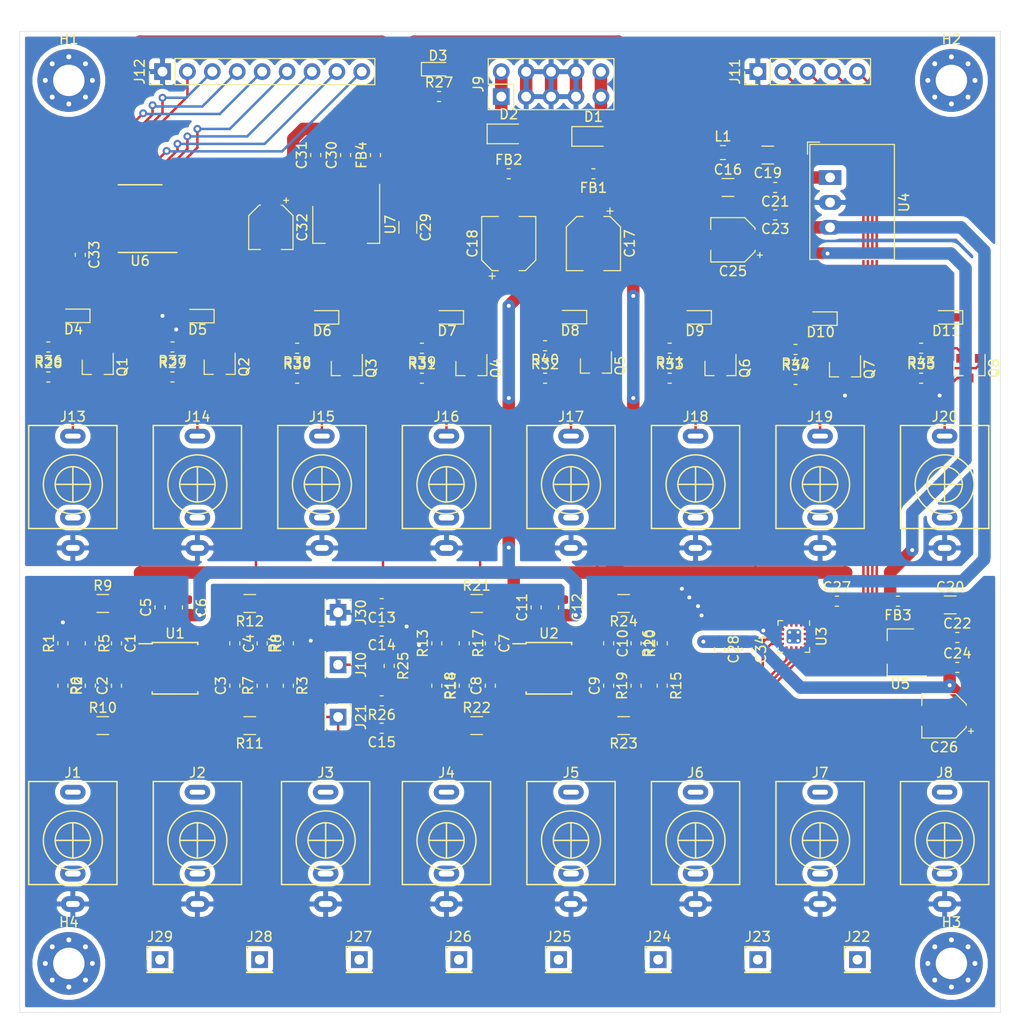
<source format=kicad_pcb>
(kicad_pcb (version 20171130) (host pcbnew "(5.1.5)-3")
  (layers (0 F.Cu signal) (31 B.Cu signal) (34 B.Paste user) (35 F.Paste user) (36 B.SilkS user) (37 F.SilkS user) (38 B.Mask user) (39 F.Mask user) (44 Edge.Cuts user))
  (net 0 "")
  (net 1 "Net-(C1-Pad2)")
  (net 2 "Net-(C1-Pad1)")
  (net 3 "Net-(C2-Pad2)")
  (net 4 "Net-(C2-Pad1)")
  (net 5 "Net-(C3-Pad2)")
  (net 6 "Net-(C3-Pad1)")
  (net 7 "Net-(C4-Pad2)")
  (net 8 "Net-(C4-Pad1)")
  (net 9 +12V)
  (net 10 -12V)
  (net 11 "Net-(C7-Pad2)")
  (net 12 "Net-(C7-Pad1)")
  (net 13 "Net-(C8-Pad2)")
  (net 14 "Net-(C8-Pad1)")
  (net 15 "Net-(C9-Pad2)")
  (net 16 "Net-(C9-Pad1)")
  (net 17 "Net-(C10-Pad2)")
  (net 18 "Net-(C10-Pad1)")
  (net 19 VREF)
  (net 20 BIAS)
  (net 21 "Net-(C16-Pad1)")
  (net 22 "Net-(C19-Pad1)")
  (net 23 "Net-(C20-Pad1)")
  (net 24 +3V3)
  (net 25 +3.3VA)
  (net 26 "Net-(C29-Pad1)")
  (net 27 +5V)
  (net 28 "Net-(D1-Pad2)")
  (net 29 "Net-(D2-Pad2)")
  (net 30 "Net-(D2-Pad1)")
  (net 31 "Net-(D3-Pad1)")
  (net 32 "Net-(D4-Pad2)")
  (net 33 "Net-(D5-Pad2)")
  (net 34 "Net-(D6-Pad2)")
  (net 35 "Net-(D7-Pad2)")
  (net 36 "Net-(D8-Pad2)")
  (net 37 "Net-(D9-Pad2)")
  (net 38 "Net-(D10-Pad2)")
  (net 39 "Net-(D11-Pad2)")
  (net 40 CV0)
  (net 41 "Net-(J1-PadTN)")
  (net 42 CV1)
  (net 43 "Net-(J2-PadTN)")
  (net 44 CV2)
  (net 45 "Net-(J3-PadTN)")
  (net 46 CV3)
  (net 47 "Net-(J4-PadTN)")
  (net 48 CV4)
  (net 49 "Net-(J5-PadTN)")
  (net 50 CV5)
  (net 51 "Net-(J6-PadTN)")
  (net 52 CV6)
  (net 53 "Net-(J7-PadTN)")
  (net 54 CV7)
  (net 55 "Net-(J8-PadTN)")
  (net 56 "Net-(J11-Pad5)")
  (net 57 "Net-(J11-Pad4)")
  (net 58 "Net-(J11-Pad3)")
  (net 59 "Net-(J11-Pad2)")
  (net 60 "Net-(J12-Pad9)")
  (net 61 "Net-(J12-Pad8)")
  (net 62 "Net-(J12-Pad7)")
  (net 63 "Net-(J12-Pad6)")
  (net 64 "Net-(J12-Pad5)")
  (net 65 "Net-(J12-Pad4)")
  (net 66 "Net-(J12-Pad3)")
  (net 67 "Net-(J12-Pad2)")
  (net 68 "Net-(J13-PadT)")
  (net 69 "Net-(J13-PadTN)")
  (net 70 "Net-(J14-PadT)")
  (net 71 "Net-(J14-PadTN)")
  (net 72 "Net-(J15-PadT)")
  (net 73 "Net-(J15-PadTN)")
  (net 74 "Net-(J16-PadT)")
  (net 75 "Net-(J16-PadTN)")
  (net 76 "Net-(J17-PadT)")
  (net 77 "Net-(J17-PadTN)")
  (net 78 "Net-(J18-PadT)")
  (net 79 "Net-(J18-PadTN)")
  (net 80 "Net-(J19-PadT)")
  (net 81 "Net-(J19-PadTN)")
  (net 82 "Net-(J20-PadT)")
  (net 83 "Net-(J20-PadTN)")
  (net 84 "Net-(Q1-Pad2)")
  (net 85 TRIG0)
  (net 86 "Net-(Q2-Pad2)")
  (net 87 TRIG1)
  (net 88 "Net-(Q3-Pad2)")
  (net 89 TRIG2)
  (net 90 "Net-(Q4-Pad2)")
  (net 91 TRIG3)
  (net 92 "Net-(Q5-Pad2)")
  (net 93 TRIG4)
  (net 94 "Net-(Q6-Pad2)")
  (net 95 TRIG5)
  (net 96 "Net-(Q7-Pad2)")
  (net 97 TRIG6)
  (net 98 "Net-(Q8-Pad2)")
  (net 99 TRIG7)
  (net 100 OUT0)
  (net 101 OUT1)
  (net 102 OUT2)
  (net 103 OUT3)
  (net 104 OUT4)
  (net 105 OUT5)
  (net 106 OUT6)
  (net 107 OUT7)
  (net 108 GND)
  (module Package_DFN_QFN:QFN-16-1EP_3x3mm_P0.5mm_EP1.45x1.45mm_ThermalVias (layer F.Cu) (at 178.9315 111.675 270)
    (fp_text reference U3 (at 0 -2.82 90) (layer F.SilkS))
    (fp_text value ADC80508Z)
    (pad 16 smd roundrect (at -0.75 -1.4375 270) (size 0.25 0.875) (layers F.Cu F.Paste F.Mask) (net 24 +3V3))
    (pad 15 smd roundrect (at -0.25 -1.4375 270) (size 0.25 0.875) (layers F.Cu F.Paste F.Mask) (net 59 "Net-(J11-Pad2)"))
    (pad 14 smd roundrect (at 0.25 -1.4375 270) (size 0.25 0.875) (layers F.Cu F.Paste F.Mask) (net 58 "Net-(J11-Pad3)"))
    (pad 13 smd roundrect (at 0.75 -1.4375 270) (size 0.25 0.875) (layers F.Cu F.Paste F.Mask) (net 57 "Net-(J11-Pad4)"))
    (pad 12 smd roundrect (at 1.4375 -0.75 270) (size 0.875 0.25) (layers F.Cu F.Paste F.Mask) (net 56 "Net-(J11-Pad5)"))
    (pad 11 smd roundrect (at 1.4375 -0.25 270) (size 0.875 0.25) (layers F.Cu F.Paste F.Mask) (net 107 OUT7))
    (pad 10 smd roundrect (at 1.4375 0.25 270) (size 0.875 0.25) (layers F.Cu F.Paste F.Mask) (net 106 OUT6))
    (pad 9 smd roundrect (at 1.4375 0.75 270) (size 0.875 0.25) (layers F.Cu F.Paste F.Mask) (net 105 OUT5))
    (pad 8 smd roundrect (at 0.75 1.4375 270) (size 0.25 0.875) (layers F.Cu F.Paste F.Mask) (net 104 OUT4))
    (pad 7 smd roundrect (at 0.25 1.4375 270) (size 0.25 0.875) (layers F.Cu F.Paste F.Mask) (net 25 +3.3VA))
    (pad 6 smd roundrect (at -0.25 1.4375 270) (size 0.25 0.875) (layers F.Cu F.Paste F.Mask) (net 108 GND))
    (pad 5 smd roundrect (at -0.75 1.4375 270) (size 0.25 0.875) (layers F.Cu F.Paste F.Mask) (net 103 OUT3))
    (pad 4 smd roundrect (at -1.4375 0.75 270) (size 0.875 0.25) (layers F.Cu F.Paste F.Mask) (net 102 OUT2))
    (pad 3 smd roundrect (at -1.4375 0.25 270) (size 0.875 0.25) (layers F.Cu F.Paste F.Mask) (net 101 OUT1))
    (pad 2 smd roundrect (at -1.4375 -0.25 270) (size 0.875 0.25) (layers F.Cu F.Paste F.Mask) (net 100 OUT0))
    (pad 1 smd roundrect (at -1.4375 -0.75 270) (size 0.875 0.25) (layers F.Cu F.Paste F.Mask) (net 19 VREF))
    (pad 17 smd roundrect (at 0 0 270) (size 1.45 1.45) (layers B.Cu) (roundrect_rratio 0.172414))
    (pad 17 thru_hole circle (at 0.425 0.425 270) (size 0.6 0.6) (drill 0.3) (layers *.Cu))
    (pad 17 thru_hole circle (at -0.425 0.425 270) (size 0.6 0.6) (drill 0.3) (layers *.Cu))
    (pad 17 thru_hole circle (at 0.425 -0.425 270) (size 0.6 0.6) (drill 0.3) (layers *.Cu))
    (pad 17 thru_hole circle (at -0.425 -0.425 270) (size 0.6 0.6) (drill 0.3) (layers *.Cu))
    (pad 17 smd roundrect (at 0 0 270) (size 1.45 1.45) (layers F.Cu F.Mask) (roundrect_rratio 0.172414))
  )
  (module Capacitor_SMD:C_0603_1608Metric (layer F.Cu) (at 174.1551 112.9919 270)
    (fp_text reference C34 (at 0 -1.43 90) (layer F.SilkS))
    (fp_text value 1n)
    (pad 2 smd roundrect (at 0.7875 0 270) (size 0.875 0.95) (layers F.Cu F.Paste F.Mask) (net 108 GND))
    (pad 1 smd roundrect (at -0.7875 0 270) (size 0.875 0.95) (layers F.Cu F.Paste F.Mask) (net 25 +3.3VA))
  )
  (module Inductor_SMD:L_0805_2012Metric (layer F.Cu) (at 171.704 62.357)
    (fp_text reference L1 (at 0 -1.65) (layer F.SilkS))
    (fp_text value 33u)
    (pad 2 smd roundrect (at 0.9375 0) (size 0.975 1.4) (layers F.Cu F.Paste F.Mask) (net 22 "Net-(C19-Pad1)"))
    (pad 1 smd roundrect (at -0.9375 0) (size 0.975 1.4) (layers F.Cu F.Paste F.Mask) (net 21 "Net-(C16-Pad1)"))
  )
  (module Connector_PinHeader_2.54mm:PinHeader_1x01_P2.54mm_Vertical (layer F.Cu) (at 132.461 109.215 270)
    (fp_text reference J30 (at 0 -2.33 90) (layer F.SilkS))
    (fp_text value Conn_01x01_Male)
    (pad 1 thru_hole rect (at 0 0 270) (size 1.7 1.7) (drill 1) (layers *.Cu *.Mask) (net 108 GND))
  )
  (module Connector_PinHeader_2.54mm:PinHeader_1x01_P2.54mm_Vertical (layer F.Cu) (at 114.3 144.61)
    (fp_text reference J29 (at 0 -2.33) (layer F.SilkS))
    (fp_text value Conn_01x01_Male)
    (pad 1 thru_hole rect (at 0 0) (size 1.7 1.7) (drill 1) (layers *.Cu *.Mask) (net 40 CV0))
  )
  (module Connector_PinHeader_2.54mm:PinHeader_1x01_P2.54mm_Vertical (layer F.Cu) (at 124.46 144.61)
    (fp_text reference J28 (at 0 -2.33) (layer F.SilkS))
    (fp_text value Conn_01x01_Male)
    (pad 1 thru_hole rect (at 0 0) (size 1.7 1.7) (drill 1) (layers *.Cu *.Mask) (net 42 CV1))
  )
  (module Connector_PinHeader_2.54mm:PinHeader_1x01_P2.54mm_Vertical (layer F.Cu) (at 134.62 144.61)
    (fp_text reference J27 (at 0 -2.33) (layer F.SilkS))
    (fp_text value Conn_01x01_Male)
    (pad 1 thru_hole rect (at 0 0) (size 1.7 1.7) (drill 1) (layers *.Cu *.Mask) (net 44 CV2))
  )
  (module Connector_PinHeader_2.54mm:PinHeader_1x01_P2.54mm_Vertical (layer F.Cu) (at 144.78 144.61)
    (fp_text reference J26 (at 0 -2.33) (layer F.SilkS))
    (fp_text value Conn_01x01_Male)
    (pad 1 thru_hole rect (at 0 0) (size 1.7 1.7) (drill 1) (layers *.Cu *.Mask) (net 46 CV3))
  )
  (module Connector_PinHeader_2.54mm:PinHeader_1x01_P2.54mm_Vertical (layer F.Cu) (at 154.94 144.61)
    (fp_text reference J25 (at 0 -2.33) (layer F.SilkS))
    (fp_text value Conn_01x01_Male)
    (pad 1 thru_hole rect (at 0 0) (size 1.7 1.7) (drill 1) (layers *.Cu *.Mask) (net 48 CV4))
  )
  (module Connector_PinHeader_2.54mm:PinHeader_1x01_P2.54mm_Vertical (layer F.Cu) (at 165.1 144.61)
    (fp_text reference J24 (at 0 -2.33) (layer F.SilkS))
    (fp_text value Conn_01x01_Male)
    (pad 1 thru_hole rect (at 0 0) (size 1.7 1.7) (drill 1) (layers *.Cu *.Mask) (net 50 CV5))
  )
  (module Connector_PinHeader_2.54mm:PinHeader_1x01_P2.54mm_Vertical (layer F.Cu) (at 175.26 144.61)
    (fp_text reference J23 (at 0 -2.33) (layer F.SilkS))
    (fp_text value Conn_01x01_Male)
    (pad 1 thru_hole rect (at 0 0) (size 1.7 1.7) (drill 1) (layers *.Cu *.Mask) (net 52 CV6))
  )
  (module Connector_PinHeader_2.54mm:PinHeader_1x01_P2.54mm_Vertical (layer F.Cu) (at 185.42 144.61)
    (fp_text reference J22 (at 0 -2.33) (layer F.SilkS))
    (fp_text value Conn_01x01_Male)
    (pad 1 thru_hole rect (at 0 0) (size 1.7 1.7) (drill 1) (layers *.Cu *.Mask) (net 54 CV7))
  )
  (module Connector_PinHeader_2.54mm:PinHeader_1x01_P2.54mm_Vertical (layer F.Cu) (at 132.461 119.883 270)
    (fp_text reference J21 (at 0 -2.33 90) (layer F.SilkS))
    (fp_text value Conn_01x01_Male)
    (pad 1 thru_hole rect (at 0 0 270) (size 1.7 1.7) (drill 1) (layers *.Cu *.Mask) (net 20 BIAS))
  )
  (module Connector_PinHeader_2.54mm:PinHeader_1x01_P2.54mm_Vertical (layer F.Cu) (at 132.461 114.554 270)
    (fp_text reference J10 (at 0 -2.33 90) (layer F.SilkS))
    (fp_text value Conn_01x01_Male)
    (pad 1 thru_hole rect (at 0 0 270) (size 1.7 1.7) (drill 1) (layers *.Cu *.Mask) (net 19 VREF))
  )
  (module Package_TO_SOT_SMD:SOT-223-3_TabPin2 (layer F.Cu) (at 133.287 69.695 270)
    (fp_text reference U7 (at 0 -4.5 90) (layer F.SilkS))
    (fp_text value L7805)
    (pad 1 smd rect (at -3.15 -2.3 270) (size 2 1.5) (layers F.Cu F.Paste F.Mask) (net 26 "Net-(C29-Pad1)"))
    (pad 3 smd rect (at -3.15 2.3 270) (size 2 1.5) (layers F.Cu F.Paste F.Mask) (net 27 +5V))
    (pad 2 smd rect (at -3.15 0 270) (size 2 1.5) (layers F.Cu F.Paste F.Mask) (net 108 GND))
    (pad 2 smd rect (at 3.15 0 270) (size 2 3.8) (layers F.Cu F.Paste F.Mask) (net 108 GND))
  )
  (module Package_SO:TSSOP-20_4.4x6.5mm_P0.65mm (layer F.Cu) (at 112.268 69.088 180)
    (fp_text reference U6 (at 0 -4.3) (layer F.SilkS))
    (fp_text value 74AHCT244)
    (pad 20 smd rect (at 2.95 -2.925 180) (size 1.45 0.45) (layers F.Cu F.Paste F.Mask) (net 27 +5V))
    (pad 19 smd rect (at 2.95 -2.275 180) (size 1.45 0.45) (layers F.Cu F.Paste F.Mask) (net 108 GND))
    (pad 18 smd rect (at 2.95 -1.625 180) (size 1.45 0.45) (layers F.Cu F.Paste F.Mask) (net 85 TRIG0))
    (pad 17 smd rect (at 2.95 -0.975 180) (size 1.45 0.45) (layers F.Cu F.Paste F.Mask) (net 64 "Net-(J12-Pad5)"))
    (pad 16 smd rect (at 2.95 -0.325 180) (size 1.45 0.45) (layers F.Cu F.Paste F.Mask) (net 87 TRIG1))
    (pad 15 smd rect (at 2.95 0.325 180) (size 1.45 0.45) (layers F.Cu F.Paste F.Mask) (net 65 "Net-(J12-Pad4)"))
    (pad 14 smd rect (at 2.95 0.975 180) (size 1.45 0.45) (layers F.Cu F.Paste F.Mask) (net 89 TRIG2))
    (pad 13 smd rect (at 2.95 1.625 180) (size 1.45 0.45) (layers F.Cu F.Paste F.Mask) (net 66 "Net-(J12-Pad3)"))
    (pad 12 smd rect (at 2.95 2.275 180) (size 1.45 0.45) (layers F.Cu F.Paste F.Mask) (net 91 TRIG3))
    (pad 11 smd rect (at 2.95 2.925 180) (size 1.45 0.45) (layers F.Cu F.Paste F.Mask) (net 67 "Net-(J12-Pad2)"))
    (pad 10 smd rect (at -2.95 2.925 180) (size 1.45 0.45) (layers F.Cu F.Paste F.Mask) (net 108 GND))
    (pad 9 smd rect (at -2.95 2.275 180) (size 1.45 0.45) (layers F.Cu F.Paste F.Mask) (net 99 TRIG7))
    (pad 8 smd rect (at -2.95 1.625 180) (size 1.45 0.45) (layers F.Cu F.Paste F.Mask) (net 63 "Net-(J12-Pad6)"))
    (pad 7 smd rect (at -2.95 0.975 180) (size 1.45 0.45) (layers F.Cu F.Paste F.Mask) (net 97 TRIG6))
    (pad 6 smd rect (at -2.95 0.325 180) (size 1.45 0.45) (layers F.Cu F.Paste F.Mask) (net 62 "Net-(J12-Pad7)"))
    (pad 5 smd rect (at -2.95 -0.325 180) (size 1.45 0.45) (layers F.Cu F.Paste F.Mask) (net 95 TRIG5))
    (pad 4 smd rect (at -2.95 -0.975 180) (size 1.45 0.45) (layers F.Cu F.Paste F.Mask) (net 61 "Net-(J12-Pad8)"))
    (pad 3 smd rect (at -2.95 -1.625 180) (size 1.45 0.45) (layers F.Cu F.Paste F.Mask) (net 93 TRIG4))
    (pad 2 smd rect (at -2.95 -2.275 180) (size 1.45 0.45) (layers F.Cu F.Paste F.Mask) (net 60 "Net-(J12-Pad9)"))
    (pad 1 smd rect (at -2.95 -2.925 180) (size 1.45 0.45) (layers F.Cu F.Paste F.Mask) (net 108 GND))
  )
  (module Package_TO_SOT_SMD:SOT-89-3 (layer F.Cu) (at 190.2345 113.307 180)
    (fp_text reference U5 (at 0.45 -3.2) (layer F.SilkS))
    (fp_text value LD2981ABU33TR)
    (pad 2 smd trapezoid (at -0.0762 0 270) (size 1.5 1) (rect_delta 0 0.7) (layers F.Cu F.Paste F.Mask) (net 108 GND))
    (pad 2 smd rect (at 1.3335 0 90) (size 2.2 1.84) (layers F.Cu F.Paste F.Mask) (net 108 GND))
    (pad 3 smd rect (at -1.48 1.5 90) (size 1 1.5) (layers F.Cu F.Paste F.Mask) (net 23 "Net-(C20-Pad1)"))
    (pad 2 smd rect (at -1.3335 0 90) (size 1 1.8) (layers F.Cu F.Paste F.Mask) (net 108 GND))
    (pad 1 smd rect (at -1.48 -1.5 90) (size 1 1.5) (layers F.Cu F.Paste F.Mask) (net 25 +3.3VA))
    (pad 2 smd trapezoid (at 2.667 0 90) (size 1.6 0.85) (rect_delta 0 0.6) (layers F.Cu F.Paste F.Mask) (net 108 GND))
  )
  (module Converter_DCDC:Converter_DCDC_RECOM_R-78E-0.5_THT (layer F.Cu) (at 182.626 64.897 270)
    (fp_text reference U4 (at 2.54 -7.56 90) (layer F.SilkS))
    (fp_text value R-78E3.3-0.5)
    (pad 3 thru_hole oval (at 5.08 0 270) (size 1.5 2.3) (drill 1) (layers *.Cu *.Mask) (net 24 +3V3))
    (pad 2 thru_hole oval (at 2.54 0 270) (size 1.5 2.3) (drill 1) (layers *.Cu *.Mask) (net 108 GND))
    (pad 1 thru_hole rect (at 0 0 270) (size 1.5 2.3) (drill 1) (layers *.Cu *.Mask) (net 22 "Net-(C19-Pad1)"))
  )
  (module Package_SO:TSSOP-14_4.4x5mm_P0.65mm (layer F.Cu) (at 153.9544 114.916)
    (fp_text reference U2 (at 0 -3.55) (layer F.SilkS))
    (fp_text value OPA4192)
    (pad 14 smd rect (at 2.95 -1.95) (size 1.45 0.45) (layers F.Cu F.Paste F.Mask) (net 18 "Net-(C10-Pad1)"))
    (pad 13 smd rect (at 2.95 -1.3) (size 1.45 0.45) (layers F.Cu F.Paste F.Mask) (net 17 "Net-(C10-Pad2)"))
    (pad 12 smd rect (at 2.95 -0.65) (size 1.45 0.45) (layers F.Cu F.Paste F.Mask) (net 20 BIAS))
    (pad 11 smd rect (at 2.95 0) (size 1.45 0.45) (layers F.Cu F.Paste F.Mask) (net 10 -12V))
    (pad 10 smd rect (at 2.95 0.65) (size 1.45 0.45) (layers F.Cu F.Paste F.Mask) (net 20 BIAS))
    (pad 9 smd rect (at 2.95 1.3) (size 1.45 0.45) (layers F.Cu F.Paste F.Mask) (net 15 "Net-(C9-Pad2)"))
    (pad 8 smd rect (at 2.95 1.95) (size 1.45 0.45) (layers F.Cu F.Paste F.Mask) (net 16 "Net-(C9-Pad1)"))
    (pad 7 smd rect (at -2.95 1.95) (size 1.45 0.45) (layers F.Cu F.Paste F.Mask) (net 14 "Net-(C8-Pad1)"))
    (pad 6 smd rect (at -2.95 1.3) (size 1.45 0.45) (layers F.Cu F.Paste F.Mask) (net 13 "Net-(C8-Pad2)"))
    (pad 5 smd rect (at -2.95 0.65) (size 1.45 0.45) (layers F.Cu F.Paste F.Mask) (net 20 BIAS))
    (pad 4 smd rect (at -2.95 0) (size 1.45 0.45) (layers F.Cu F.Paste F.Mask) (net 9 +12V))
    (pad 3 smd rect (at -2.95 -0.65) (size 1.45 0.45) (layers F.Cu F.Paste F.Mask) (net 20 BIAS))
    (pad 2 smd rect (at -2.95 -1.3) (size 1.45 0.45) (layers F.Cu F.Paste F.Mask) (net 11 "Net-(C7-Pad2)"))
    (pad 1 smd rect (at -2.95 -1.95) (size 1.45 0.45) (layers F.Cu F.Paste F.Mask) (net 12 "Net-(C7-Pad1)"))
  )
  (module Package_SO:TSSOP-14_4.4x5mm_P0.65mm (layer F.Cu) (at 115.829 114.916)
    (fp_text reference U1 (at 0 -3.55) (layer F.SilkS))
    (fp_text value OPA4192)
    (pad 14 smd rect (at 2.95 -1.95) (size 1.45 0.45) (layers F.Cu F.Paste F.Mask) (net 8 "Net-(C4-Pad1)"))
    (pad 13 smd rect (at 2.95 -1.3) (size 1.45 0.45) (layers F.Cu F.Paste F.Mask) (net 7 "Net-(C4-Pad2)"))
    (pad 12 smd rect (at 2.95 -0.65) (size 1.45 0.45) (layers F.Cu F.Paste F.Mask) (net 20 BIAS))
    (pad 11 smd rect (at 2.95 0) (size 1.45 0.45) (layers F.Cu F.Paste F.Mask) (net 10 -12V))
    (pad 10 smd rect (at 2.95 0.65) (size 1.45 0.45) (layers F.Cu F.Paste F.Mask) (net 20 BIAS))
    (pad 9 smd rect (at 2.95 1.3) (size 1.45 0.45) (layers F.Cu F.Paste F.Mask) (net 5 "Net-(C3-Pad2)"))
    (pad 8 smd rect (at 2.95 1.95) (size 1.45 0.45) (layers F.Cu F.Paste F.Mask) (net 6 "Net-(C3-Pad1)"))
    (pad 7 smd rect (at -2.95 1.95) (size 1.45 0.45) (layers F.Cu F.Paste F.Mask) (net 4 "Net-(C2-Pad1)"))
    (pad 6 smd rect (at -2.95 1.3) (size 1.45 0.45) (layers F.Cu F.Paste F.Mask) (net 3 "Net-(C2-Pad2)"))
    (pad 5 smd rect (at -2.95 0.65) (size 1.45 0.45) (layers F.Cu F.Paste F.Mask) (net 20 BIAS))
    (pad 4 smd rect (at -2.95 0) (size 1.45 0.45) (layers F.Cu F.Paste F.Mask) (net 9 +12V))
    (pad 3 smd rect (at -2.95 -0.65) (size 1.45 0.45) (layers F.Cu F.Paste F.Mask) (net 20 BIAS))
    (pad 2 smd rect (at -2.95 -1.3) (size 1.45 0.45) (layers F.Cu F.Paste F.Mask) (net 1 "Net-(C1-Pad2)"))
    (pad 1 smd rect (at -2.95 -1.95) (size 1.45 0.45) (layers F.Cu F.Paste F.Mask) (net 2 "Net-(C1-Pad1)"))
  )
  (module Resistor_SMD:R_0603_1608Metric (layer F.Cu) (at 191.912 82.296 180)
    (fp_text reference R43 (at 0 -1.43) (layer F.SilkS))
    (fp_text value 47)
    (pad 2 smd roundrect (at 0.7875 0 180) (size 0.875 0.95) (layers F.Cu F.Paste F.Mask) (net 39 "Net-(D11-Pad2)"))
    (pad 1 smd roundrect (at -0.7875 0 180) (size 0.875 0.95) (layers F.Cu F.Paste F.Mask) (net 98 "Net-(Q8-Pad2)"))
  )
  (module Resistor_SMD:R_0603_1608Metric (layer F.Cu) (at 179.104 82.423 180)
    (fp_text reference R42 (at 0 -1.43) (layer F.SilkS))
    (fp_text value 47)
    (pad 2 smd roundrect (at 0.7875 0 180) (size 0.875 0.95) (layers F.Cu F.Paste F.Mask) (net 38 "Net-(D10-Pad2)"))
    (pad 1 smd roundrect (at -0.7875 0 180) (size 0.875 0.95) (layers F.Cu F.Paste F.Mask) (net 96 "Net-(Q7-Pad2)"))
  )
  (module Resistor_SMD:R_0603_1608Metric (layer F.Cu) (at 166.277 82.296 180)
    (fp_text reference R41 (at 0 -1.43) (layer F.SilkS))
    (fp_text value 47)
    (pad 2 smd roundrect (at 0.7875 0 180) (size 0.875 0.95) (layers F.Cu F.Paste F.Mask) (net 37 "Net-(D9-Pad2)"))
    (pad 1 smd roundrect (at -0.7875 0 180) (size 0.875 0.95) (layers F.Cu F.Paste F.Mask) (net 94 "Net-(Q6-Pad2)"))
  )
  (module Resistor_SMD:R_0603_1608Metric (layer F.Cu) (at 153.564 82.042 180)
    (fp_text reference R40 (at 0 -1.43) (layer F.SilkS))
    (fp_text value 47)
    (pad 2 smd roundrect (at 0.7875 0 180) (size 0.875 0.95) (layers F.Cu F.Paste F.Mask) (net 36 "Net-(D8-Pad2)"))
    (pad 1 smd roundrect (at -0.7875 0 180) (size 0.875 0.95) (layers F.Cu F.Paste F.Mask) (net 92 "Net-(Q5-Pad2)"))
  )
  (module Resistor_SMD:R_0603_1608Metric (layer F.Cu) (at 141.004 82.296 180)
    (fp_text reference R39 (at 0 -1.43) (layer F.SilkS))
    (fp_text value 47)
    (pad 2 smd roundrect (at 0.7875 0 180) (size 0.875 0.95) (layers F.Cu F.Paste F.Mask) (net 35 "Net-(D7-Pad2)"))
    (pad 1 smd roundrect (at -0.7875 0 180) (size 0.875 0.95) (layers F.Cu F.Paste F.Mask) (net 90 "Net-(Q4-Pad2)"))
  )
  (module Resistor_SMD:R_0603_1608Metric (layer F.Cu) (at 128.284 82.296 180)
    (fp_text reference R38 (at 0 -1.43) (layer F.SilkS))
    (fp_text value 47)
    (pad 2 smd roundrect (at 0.7875 0 180) (size 0.875 0.95) (layers F.Cu F.Paste F.Mask) (net 34 "Net-(D6-Pad2)"))
    (pad 1 smd roundrect (at -0.7875 0 180) (size 0.875 0.95) (layers F.Cu F.Paste F.Mask) (net 88 "Net-(Q3-Pad2)"))
  )
  (module Resistor_SMD:R_0603_1608Metric (layer F.Cu) (at 115.567 82.169 180)
    (fp_text reference R37 (at 0 -1.43) (layer F.SilkS))
    (fp_text value 47)
    (pad 2 smd roundrect (at 0.7875 0 180) (size 0.875 0.95) (layers F.Cu F.Paste F.Mask) (net 33 "Net-(D5-Pad2)"))
    (pad 1 smd roundrect (at -0.7875 0 180) (size 0.875 0.95) (layers F.Cu F.Paste F.Mask) (net 86 "Net-(Q2-Pad2)"))
  )
  (module Resistor_SMD:R_0603_1608Metric (layer F.Cu) (at 102.911 82.169 180)
    (fp_text reference R36 (at 0 -1.43) (layer F.SilkS))
    (fp_text value 47)
    (pad 2 smd roundrect (at 0.7875 0 180) (size 0.875 0.95) (layers F.Cu F.Paste F.Mask) (net 32 "Net-(D4-Pad2)"))
    (pad 1 smd roundrect (at -0.7875 0 180) (size 0.875 0.95) (layers F.Cu F.Paste F.Mask) (net 84 "Net-(Q1-Pad2)"))
  )
  (module Resistor_SMD:R_0603_1608Metric (layer F.Cu) (at 191.912 85.353)
    (fp_text reference R35 (at 0 -1.43) (layer F.SilkS))
    (fp_text value 1k)
    (pad 2 smd roundrect (at 0.7875 0) (size 0.875 0.95) (layers F.Cu F.Paste F.Mask) (net 99 TRIG7))
    (pad 1 smd roundrect (at -0.7875 0) (size 0.875 0.95) (layers F.Cu F.Paste F.Mask) (net 82 "Net-(J20-PadT)"))
  )
  (module Resistor_SMD:R_0603_1608Metric (layer F.Cu) (at 179.104 85.48)
    (fp_text reference R34 (at 0 -1.43) (layer F.SilkS))
    (fp_text value 1k)
    (pad 2 smd roundrect (at 0.7875 0) (size 0.875 0.95) (layers F.Cu F.Paste F.Mask) (net 97 TRIG6))
    (pad 1 smd roundrect (at -0.7875 0) (size 0.875 0.95) (layers F.Cu F.Paste F.Mask) (net 80 "Net-(J19-PadT)"))
  )
  (module Resistor_SMD:R_0603_1608Metric (layer F.Cu) (at 166.277 85.353)
    (fp_text reference R33 (at 0 -1.43) (layer F.SilkS))
    (fp_text value 1k)
    (pad 2 smd roundrect (at 0.7875 0) (size 0.875 0.95) (layers F.Cu F.Paste F.Mask) (net 95 TRIG5))
    (pad 1 smd roundrect (at -0.7875 0) (size 0.875 0.95) (layers F.Cu F.Paste F.Mask) (net 78 "Net-(J18-PadT)"))
  )
  (module Resistor_SMD:R_0603_1608Metric (layer F.Cu) (at 153.564 85.353)
    (fp_text reference R32 (at 0 -1.43) (layer F.SilkS))
    (fp_text value 1k)
    (pad 2 smd roundrect (at 0.7875 0) (size 0.875 0.95) (layers F.Cu F.Paste F.Mask) (net 93 TRIG4))
    (pad 1 smd roundrect (at -0.7875 0) (size 0.875 0.95) (layers F.Cu F.Paste F.Mask) (net 76 "Net-(J17-PadT)"))
  )
  (module Resistor_SMD:R_0603_1608Metric (layer F.Cu) (at 141.004 85.353)
    (fp_text reference R31 (at 0 -1.43) (layer F.SilkS))
    (fp_text value 1k)
    (pad 2 smd roundrect (at 0.7875 0) (size 0.875 0.95) (layers F.Cu F.Paste F.Mask) (net 91 TRIG3))
    (pad 1 smd roundrect (at -0.7875 0) (size 0.875 0.95) (layers F.Cu F.Paste F.Mask) (net 74 "Net-(J16-PadT)"))
  )
  (module Resistor_SMD:R_0603_1608Metric (layer F.Cu) (at 128.284 85.353)
    (fp_text reference R30 (at 0 -1.43) (layer F.SilkS))
    (fp_text value 1k)
    (pad 2 smd roundrect (at 0.7875 0) (size 0.875 0.95) (layers F.Cu F.Paste F.Mask) (net 89 TRIG2))
    (pad 1 smd roundrect (at -0.7875 0) (size 0.875 0.95) (layers F.Cu F.Paste F.Mask) (net 72 "Net-(J15-PadT)"))
  )
  (module Resistor_SMD:R_0603_1608Metric (layer F.Cu) (at 115.567 85.226)
    (fp_text reference R29 (at 0 -1.43) (layer F.SilkS))
    (fp_text value 1k)
    (pad 2 smd roundrect (at 0.7875 0) (size 0.875 0.95) (layers F.Cu F.Paste F.Mask) (net 87 TRIG1))
    (pad 1 smd roundrect (at -0.7875 0) (size 0.875 0.95) (layers F.Cu F.Paste F.Mask) (net 70 "Net-(J14-PadT)"))
  )
  (module Resistor_SMD:R_0603_1608Metric (layer F.Cu) (at 102.911 85.226)
    (fp_text reference R28 (at 0 -1.43) (layer F.SilkS))
    (fp_text value 1k)
    (pad 2 smd roundrect (at 0.7875 0) (size 0.875 0.95) (layers F.Cu F.Paste F.Mask) (net 85 TRIG0))
    (pad 1 smd roundrect (at -0.7875 0) (size 0.875 0.95) (layers F.Cu F.Paste F.Mask) (net 68 "Net-(J13-PadT)"))
  )
  (module Resistor_SMD:R_0603_1608Metric (layer F.Cu) (at 142.748 56.642)
    (fp_text reference R27 (at 0 -1.43) (layer F.SilkS))
    (fp_text value 1k)
    (pad 2 smd roundrect (at 0.7875 0) (size 0.875 0.95) (layers F.Cu F.Paste F.Mask) (net 10 -12V))
    (pad 1 smd roundrect (at -0.7875 0) (size 0.875 0.95) (layers F.Cu F.Paste F.Mask) (net 31 "Net-(D3-Pad1)"))
  )
  (module Resistor_SMD:R_0603_1608Metric (layer F.Cu) (at 136.906 118.232 180)
    (fp_text reference R26 (at 0 -1.43) (layer F.SilkS))
    (fp_text value 4k7)
    (pad 2 smd roundrect (at 0.7875 0 180) (size 0.875 0.95) (layers F.Cu F.Paste F.Mask) (net 108 GND))
    (pad 1 smd roundrect (at -0.7875 0 180) (size 0.875 0.95) (layers F.Cu F.Paste F.Mask) (net 20 BIAS))
  )
  (module Resistor_SMD:R_0603_1608Metric (layer F.Cu) (at 137.668 114.676 270)
    (fp_text reference R25 (at 0 -1.43 90) (layer F.SilkS))
    (fp_text value 4k7)
    (pad 2 smd roundrect (at 0.7875 0 270) (size 0.875 0.95) (layers F.Cu F.Paste F.Mask) (net 20 BIAS))
    (pad 1 smd roundrect (at -0.7875 0 270) (size 0.875 0.95) (layers F.Cu F.Paste F.Mask) (net 19 VREF))
  )
  (module Resistor_SMD:R_1206_3216Metric (layer F.Cu) (at 161.5744 108.312 180)
    (fp_text reference R24 (at 0 -1.82) (layer F.SilkS))
    (fp_text value 220)
    (pad 2 smd roundrect (at 1.4 0 180) (size 1.25 1.75) (layers F.Cu F.Paste F.Mask) (roundrect_rratio 0.2) (net 18 "Net-(C10-Pad1)"))
    (pad 1 smd roundrect (at -1.4 0 180) (size 1.25 1.75) (layers F.Cu F.Paste F.Mask) (roundrect_rratio 0.2) (net 46 CV3))
  )
  (module Resistor_SMD:R_1206_3216Metric (layer F.Cu) (at 161.5744 120.758 180)
    (fp_text reference R23 (at 0 -1.82) (layer F.SilkS))
    (fp_text value 220)
    (pad 2 smd roundrect (at 1.4 0 180) (size 1.25 1.75) (layers F.Cu F.Paste F.Mask) (roundrect_rratio 0.2) (net 16 "Net-(C9-Pad1)"))
    (pad 1 smd roundrect (at -1.4 0 180) (size 1.25 1.75) (layers F.Cu F.Paste F.Mask) (roundrect_rratio 0.2) (net 48 CV4))
  )
  (module Resistor_SMD:R_1206_3216Metric (layer F.Cu) (at 146.5884 120.758)
    (fp_text reference R22 (at 0 -1.82) (layer F.SilkS))
    (fp_text value 220)
    (pad 2 smd roundrect (at 1.4 0) (size 1.25 1.75) (layers F.Cu F.Paste F.Mask) (roundrect_rratio 0.2) (net 14 "Net-(C8-Pad1)"))
    (pad 1 smd roundrect (at -1.4 0) (size 1.25 1.75) (layers F.Cu F.Paste F.Mask) (roundrect_rratio 0.2) (net 50 CV5))
  )
  (module Resistor_SMD:R_1206_3216Metric (layer F.Cu) (at 146.5884 108.312)
    (fp_text reference R21 (at 0 -1.82) (layer F.SilkS))
    (fp_text value 220)
    (pad 2 smd roundrect (at 1.4 0) (size 1.25 1.75) (layers F.Cu F.Paste F.Mask) (roundrect_rratio 0.2) (net 12 "Net-(C7-Pad1)"))
    (pad 1 smd roundrect (at -1.4 0) (size 1.25 1.75) (layers F.Cu F.Paste F.Mask) (roundrect_rratio 0.2) (net 44 CV2))
  )
  (module Resistor_SMD:R_0603_1608Metric (layer F.Cu) (at 162.8444 112.376 270)
    (fp_text reference R20 (at 0 -1.43 90) (layer F.SilkS))
    (fp_text value 100k)
    (pad 2 smd roundrect (at 0.7875 0 270) (size 0.875 0.95) (layers F.Cu F.Paste F.Mask) (net 17 "Net-(C10-Pad2)"))
    (pad 1 smd roundrect (at -0.7875 0 270) (size 0.875 0.95) (layers F.Cu F.Paste F.Mask) (net 46 CV3))
  )
  (module Resistor_SMD:R_0603_1608Metric (layer F.Cu) (at 162.8444 116.694 90)
    (fp_text reference R19 (at 0 -1.43 90) (layer F.SilkS))
    (fp_text value 100k)
    (pad 2 smd roundrect (at 0.7875 0 90) (size 0.875 0.95) (layers F.Cu F.Paste F.Mask) (net 15 "Net-(C9-Pad2)"))
    (pad 1 smd roundrect (at -0.7875 0 90) (size 0.875 0.95) (layers F.Cu F.Paste F.Mask) (net 48 CV4))
  )
  (module Resistor_SMD:R_0603_1608Metric (layer F.Cu) (at 145.3184 116.694 90)
    (fp_text reference R18 (at 0 -1.43 90) (layer F.SilkS))
    (fp_text value 100k)
    (pad 2 smd roundrect (at 0.7875 0 90) (size 0.875 0.95) (layers F.Cu F.Paste F.Mask) (net 13 "Net-(C8-Pad2)"))
    (pad 1 smd roundrect (at -0.7875 0 90) (size 0.875 0.95) (layers F.Cu F.Paste F.Mask) (net 50 CV5))
  )
  (module Resistor_SMD:R_0603_1608Metric (layer F.Cu) (at 145.3184 112.376 270)
    (fp_text reference R17 (at 0 -1.43 90) (layer F.SilkS))
    (fp_text value 100k)
    (pad 2 smd roundrect (at 0.7875 0 270) (size 0.875 0.95) (layers F.Cu F.Paste F.Mask) (net 11 "Net-(C7-Pad2)"))
    (pad 1 smd roundrect (at -0.7875 0 270) (size 0.875 0.95) (layers F.Cu F.Paste F.Mask) (net 44 CV2))
  )
  (module Resistor_SMD:R_0603_1608Metric (layer F.Cu) (at 165.5114 112.376 90)
    (fp_text reference R16 (at 0 -1.43 90) (layer F.SilkS))
    (fp_text value 24k9)
    (pad 2 smd roundrect (at 0.7875 0 90) (size 0.875 0.95) (layers F.Cu F.Paste F.Mask) (net 103 OUT3))
    (pad 1 smd roundrect (at -0.7875 0 90) (size 0.875 0.95) (layers F.Cu F.Paste F.Mask) (net 17 "Net-(C10-Pad2)"))
  )
  (module Resistor_SMD:R_0603_1608Metric (layer F.Cu) (at 165.5114 116.694 270)
    (fp_text reference R15 (at 0 -1.43 90) (layer F.SilkS))
    (fp_text value 24k9)
    (pad 2 smd roundrect (at 0.7875 0 270) (size 0.875 0.95) (layers F.Cu F.Paste F.Mask) (net 104 OUT4))
    (pad 1 smd roundrect (at -0.7875 0 270) (size 0.875 0.95) (layers F.Cu F.Paste F.Mask) (net 15 "Net-(C9-Pad2)"))
  )
  (module Resistor_SMD:R_0603_1608Metric (layer F.Cu) (at 142.5244 116.694 270)
    (fp_text reference R14 (at 0 -1.43 90) (layer F.SilkS))
    (fp_text value 24k9)
    (pad 2 smd roundrect (at 0.7875 0 270) (size 0.875 0.95) (layers F.Cu F.Paste F.Mask) (net 105 OUT5))
    (pad 1 smd roundrect (at -0.7875 0 270) (size 0.875 0.95) (layers F.Cu F.Paste F.Mask) (net 13 "Net-(C8-Pad2)"))
  )
  (module Resistor_SMD:R_0603_1608Metric (layer F.Cu) (at 142.5244 112.376 90)
    (fp_text reference R13 (at 0 -1.43 90) (layer F.SilkS))
    (fp_text value 24k9)
    (pad 2 smd roundrect (at 0.7875 0 90) (size 0.875 0.95) (layers F.Cu F.Paste F.Mask) (net 102 OUT2))
    (pad 1 smd roundrect (at -0.7875 0 90) (size 0.875 0.95) (layers F.Cu F.Paste F.Mask) (net 11 "Net-(C7-Pad2)"))
  )
  (module Resistor_SMD:R_1206_3216Metric (layer F.Cu) (at 123.449 108.312 180)
    (fp_text reference R12 (at 0 -1.82) (layer F.SilkS))
    (fp_text value 220)
    (pad 2 smd roundrect (at 1.4 0 180) (size 1.25 1.75) (layers F.Cu F.Paste F.Mask) (roundrect_rratio 0.2) (net 8 "Net-(C4-Pad1)"))
    (pad 1 smd roundrect (at -1.4 0 180) (size 1.25 1.75) (layers F.Cu F.Paste F.Mask) (roundrect_rratio 0.2) (net 42 CV1))
  )
  (module Resistor_SMD:R_1206_3216Metric (layer F.Cu) (at 123.449 120.758 180)
    (fp_text reference R11 (at 0 -1.82) (layer F.SilkS))
    (fp_text value 220)
    (pad 2 smd roundrect (at 1.4 0 180) (size 1.25 1.75) (layers F.Cu F.Paste F.Mask) (roundrect_rratio 0.2) (net 6 "Net-(C3-Pad1)"))
    (pad 1 smd roundrect (at -1.4 0 180) (size 1.25 1.75) (layers F.Cu F.Paste F.Mask) (roundrect_rratio 0.2) (net 52 CV6))
  )
  (module Resistor_SMD:R_1206_3216Metric (layer F.Cu) (at 108.463 120.758)
    (fp_text reference R10 (at 0 -1.82) (layer F.SilkS))
    (fp_text value 220)
    (pad 2 smd roundrect (at 1.4 0) (size 1.25 1.75) (layers F.Cu F.Paste F.Mask) (roundrect_rratio 0.2) (net 4 "Net-(C2-Pad1)"))
    (pad 1 smd roundrect (at -1.4 0) (size 1.25 1.75) (layers F.Cu F.Paste F.Mask) (roundrect_rratio 0.2) (net 54 CV7))
  )
  (module Resistor_SMD:R_1206_3216Metric (layer F.Cu) (at 108.463 108.312)
    (fp_text reference R9 (at 0 -1.82) (layer F.SilkS))
    (fp_text value 220)
    (pad 2 smd roundrect (at 1.4 0) (size 1.25 1.75) (layers F.Cu F.Paste F.Mask) (roundrect_rratio 0.2) (net 2 "Net-(C1-Pad1)"))
    (pad 1 smd roundrect (at -1.4 0) (size 1.25 1.75) (layers F.Cu F.Paste F.Mask) (roundrect_rratio 0.2) (net 40 CV0))
  )
  (module Resistor_SMD:R_0603_1608Metric (layer F.Cu) (at 124.719 112.376 270)
    (fp_text reference R8 (at 0 -1.43 90) (layer F.SilkS))
    (fp_text value 100k)
    (pad 2 smd roundrect (at 0.7875 0 270) (size 0.875 0.95) (layers F.Cu F.Paste F.Mask) (net 7 "Net-(C4-Pad2)"))
    (pad 1 smd roundrect (at -0.7875 0 270) (size 0.875 0.95) (layers F.Cu F.Paste F.Mask) (net 42 CV1))
  )
  (module Resistor_SMD:R_0603_1608Metric (layer F.Cu) (at 124.719 116.694 90)
    (fp_text reference R7 (at 0 -1.43 90) (layer F.SilkS))
    (fp_text value 100k)
    (pad 2 smd roundrect (at 0.7875 0 90) (size 0.875 0.95) (layers F.Cu F.Paste F.Mask) (net 5 "Net-(C3-Pad2)"))
    (pad 1 smd roundrect (at -0.7875 0 90) (size 0.875 0.95) (layers F.Cu F.Paste F.Mask) (net 52 CV6))
  )
  (module Resistor_SMD:R_0603_1608Metric (layer F.Cu) (at 107.193 116.694 90)
    (fp_text reference R6 (at 0 -1.43 90) (layer F.SilkS))
    (fp_text value 100k)
    (pad 2 smd roundrect (at 0.7875 0 90) (size 0.875 0.95) (layers F.Cu F.Paste F.Mask) (net 3 "Net-(C2-Pad2)"))
    (pad 1 smd roundrect (at -0.7875 0 90) (size 0.875 0.95) (layers F.Cu F.Paste F.Mask) (net 54 CV7))
  )
  (module Resistor_SMD:R_0603_1608Metric (layer F.Cu) (at 107.193 112.376 270)
    (fp_text reference R5 (at 0 -1.43 90) (layer F.SilkS))
    (fp_text value 100k)
    (pad 2 smd roundrect (at 0.7875 0 270) (size 0.875 0.95) (layers F.Cu F.Paste F.Mask) (net 1 "Net-(C1-Pad2)"))
    (pad 1 smd roundrect (at -0.7875 0 270) (size 0.875 0.95) (layers F.Cu F.Paste F.Mask) (net 40 CV0))
  )
  (module Resistor_SMD:R_0603_1608Metric (layer F.Cu) (at 127.386 112.376 90)
    (fp_text reference R4 (at 0 -1.43 90) (layer F.SilkS))
    (fp_text value 24k9)
    (pad 2 smd roundrect (at 0.7875 0 90) (size 0.875 0.95) (layers F.Cu F.Paste F.Mask) (net 101 OUT1))
    (pad 1 smd roundrect (at -0.7875 0 90) (size 0.875 0.95) (layers F.Cu F.Paste F.Mask) (net 7 "Net-(C4-Pad2)"))
  )
  (module Resistor_SMD:R_0603_1608Metric (layer F.Cu) (at 127.386 116.694 270)
    (fp_text reference R3 (at 0 -1.43 90) (layer F.SilkS))
    (fp_text value 24k9)
    (pad 2 smd roundrect (at 0.7875 0 270) (size 0.875 0.95) (layers F.Cu F.Paste F.Mask) (net 106 OUT6))
    (pad 1 smd roundrect (at -0.7875 0 270) (size 0.875 0.95) (layers F.Cu F.Paste F.Mask) (net 5 "Net-(C3-Pad2)"))
  )
  (module Resistor_SMD:R_0603_1608Metric (layer F.Cu) (at 104.399 116.694 270)
    (fp_text reference R2 (at 0 -1.43 90) (layer F.SilkS))
    (fp_text value 24k9)
    (pad 2 smd roundrect (at 0.7875 0 270) (size 0.875 0.95) (layers F.Cu F.Paste F.Mask) (net 107 OUT7))
    (pad 1 smd roundrect (at -0.7875 0 270) (size 0.875 0.95) (layers F.Cu F.Paste F.Mask) (net 3 "Net-(C2-Pad2)"))
  )
  (module Resistor_SMD:R_0603_1608Metric (layer F.Cu) (at 104.399 112.376 90)
    (fp_text reference R1 (at 0 -1.43 90) (layer F.SilkS))
    (fp_text value 24k9)
    (pad 2 smd roundrect (at 0.7875 0 90) (size 0.875 0.95) (layers F.Cu F.Paste F.Mask) (net 100 OUT0))
    (pad 1 smd roundrect (at -0.7875 0 90) (size 0.875 0.95) (layers F.Cu F.Paste F.Mask) (net 1 "Net-(C1-Pad2)"))
  )
  (module Package_TO_SOT_SMD:SOT-23 (layer F.Cu) (at 196.85 84.328 270)
    (fp_text reference Q8 (at 0 -2.5 90) (layer F.SilkS))
    (fp_text value BC847)
    (pad 3 smd rect (at 1 0 270) (size 0.9 0.8) (layers F.Cu F.Paste F.Mask) (net 9 +12V))
    (pad 2 smd rect (at -1 0.95 270) (size 0.9 0.8) (layers F.Cu F.Paste F.Mask) (net 98 "Net-(Q8-Pad2)"))
    (pad 1 smd rect (at -1 -0.95 270) (size 0.9 0.8) (layers F.Cu F.Paste F.Mask) (net 99 TRIG7))
  )
  (module Package_TO_SOT_SMD:SOT-23 (layer F.Cu) (at 184.15 84.455 270)
    (fp_text reference Q7 (at 0 -2.5 90) (layer F.SilkS))
    (fp_text value BC847)
    (pad 3 smd rect (at 1 0 270) (size 0.9 0.8) (layers F.Cu F.Paste F.Mask) (net 9 +12V))
    (pad 2 smd rect (at -1 0.95 270) (size 0.9 0.8) (layers F.Cu F.Paste F.Mask) (net 96 "Net-(Q7-Pad2)"))
    (pad 1 smd rect (at -1 -0.95 270) (size 0.9 0.8) (layers F.Cu F.Paste F.Mask) (net 97 TRIG6))
  )
  (module Package_TO_SOT_SMD:SOT-23 (layer F.Cu) (at 171.45 84.328 270)
    (fp_text reference Q6 (at 0 -2.5 90) (layer F.SilkS))
    (fp_text value BC847)
    (pad 3 smd rect (at 1 0 270) (size 0.9 0.8) (layers F.Cu F.Paste F.Mask) (net 9 +12V))
    (pad 2 smd rect (at -1 0.95 270) (size 0.9 0.8) (layers F.Cu F.Paste F.Mask) (net 94 "Net-(Q6-Pad2)"))
    (pad 1 smd rect (at -1 -0.95 270) (size 0.9 0.8) (layers F.Cu F.Paste F.Mask) (net 95 TRIG5))
  )
  (module Package_TO_SOT_SMD:SOT-23 (layer F.Cu) (at 158.75 84.074 270)
    (fp_text reference Q5 (at 0 -2.5 90) (layer F.SilkS))
    (fp_text value BC847)
    (pad 3 smd rect (at 1 0 270) (size 0.9 0.8) (layers F.Cu F.Paste F.Mask) (net 9 +12V))
    (pad 2 smd rect (at -1 0.95 270) (size 0.9 0.8) (layers F.Cu F.Paste F.Mask) (net 92 "Net-(Q5-Pad2)"))
    (pad 1 smd rect (at -1 -0.95 270) (size 0.9 0.8) (layers F.Cu F.Paste F.Mask) (net 93 TRIG4))
  )
  (module Package_TO_SOT_SMD:SOT-23 (layer F.Cu) (at 146.05 84.328 270)
    (fp_text reference Q4 (at 0 -2.5 90) (layer F.SilkS))
    (fp_text value BC847)
    (pad 3 smd rect (at 1 0 270) (size 0.9 0.8) (layers F.Cu F.Paste F.Mask) (net 9 +12V))
    (pad 2 smd rect (at -1 0.95 270) (size 0.9 0.8) (layers F.Cu F.Paste F.Mask) (net 90 "Net-(Q4-Pad2)"))
    (pad 1 smd rect (at -1 -0.95 270) (size 0.9 0.8) (layers F.Cu F.Paste F.Mask) (net 91 TRIG3))
  )
  (module Package_TO_SOT_SMD:SOT-23 (layer F.Cu) (at 133.35 84.328 270)
    (fp_text reference Q3 (at 0 -2.5 90) (layer F.SilkS))
    (fp_text value BC847)
    (pad 3 smd rect (at 1 0 270) (size 0.9 0.8) (layers F.Cu F.Paste F.Mask) (net 9 +12V))
    (pad 2 smd rect (at -1 0.95 270) (size 0.9 0.8) (layers F.Cu F.Paste F.Mask) (net 88 "Net-(Q3-Pad2)"))
    (pad 1 smd rect (at -1 -0.95 270) (size 0.9 0.8) (layers F.Cu F.Paste F.Mask) (net 89 TRIG2))
  )
  (module Package_TO_SOT_SMD:SOT-23 (layer F.Cu) (at 120.38 84.201 270)
    (fp_text reference Q2 (at 0 -2.5 90) (layer F.SilkS))
    (fp_text value BC847)
    (pad 3 smd rect (at 1 0 270) (size 0.9 0.8) (layers F.Cu F.Paste F.Mask) (net 9 +12V))
    (pad 2 smd rect (at -1 0.95 270) (size 0.9 0.8) (layers F.Cu F.Paste F.Mask) (net 86 "Net-(Q2-Pad2)"))
    (pad 1 smd rect (at -1 -0.95 270) (size 0.9 0.8) (layers F.Cu F.Paste F.Mask) (net 87 TRIG1))
  )
  (module Package_TO_SOT_SMD:SOT-23 (layer F.Cu) (at 107.95 84.21 270)
    (fp_text reference Q1 (at 0 -2.5 90) (layer F.SilkS))
    (fp_text value BC847)
    (pad 3 smd rect (at 1 0 270) (size 0.9 0.8) (layers F.Cu F.Paste F.Mask) (net 9 +12V))
    (pad 2 smd rect (at -1 0.95 270) (size 0.9 0.8) (layers F.Cu F.Paste F.Mask) (net 84 "Net-(Q1-Pad2)"))
    (pad 1 smd rect (at -1 -0.95 270) (size 0.9 0.8) (layers F.Cu F.Paste F.Mask) (net 85 TRIG0))
  )
  (module Local:PJ398SM (layer F.Cu) (at 194.31 96.172)
    (fp_text reference J20 (at 0 -6.9) (layer F.SilkS))
    (fp_text value AudioJack2_SwitchT)
    (pad T thru_hole oval (at 0 -4.92) (size 2.6 1.5) (drill oval 1.6 0.5) (layers *.Cu *.Mask) (net 82 "Net-(J20-PadT)"))
    (pad S thru_hole oval (at 0 6.48) (size 2.4 1.6) (drill oval 1.4 0.6) (layers *.Cu *.Mask) (net 108 GND))
    (pad TN thru_hole oval (at 0 3.38) (size 2.6 1.6) (drill oval 1.6 0.6) (layers *.Cu *.Mask) (net 83 "Net-(J20-PadTN)"))
  )
  (module Local:PJ398SM (layer F.Cu) (at 181.61 96.172)
    (fp_text reference J19 (at 0 -6.9) (layer F.SilkS))
    (fp_text value AudioJack2_SwitchT)
    (pad T thru_hole oval (at 0 -4.92) (size 2.6 1.5) (drill oval 1.6 0.5) (layers *.Cu *.Mask) (net 80 "Net-(J19-PadT)"))
    (pad S thru_hole oval (at 0 6.48) (size 2.4 1.6) (drill oval 1.4 0.6) (layers *.Cu *.Mask) (net 108 GND))
    (pad TN thru_hole oval (at 0 3.38) (size 2.6 1.6) (drill oval 1.6 0.6) (layers *.Cu *.Mask) (net 81 "Net-(J19-PadTN)"))
  )
  (module Local:PJ398SM (layer F.Cu) (at 168.91 96.172)
    (fp_text reference J18 (at 0 -6.9) (layer F.SilkS))
    (fp_text value AudioJack2_SwitchT)
    (pad T thru_hole oval (at 0 -4.92) (size 2.6 1.5) (drill oval 1.6 0.5) (layers *.Cu *.Mask) (net 78 "Net-(J18-PadT)"))
    (pad S thru_hole oval (at 0 6.48) (size 2.4 1.6) (drill oval 1.4 0.6) (layers *.Cu *.Mask) (net 108 GND))
    (pad TN thru_hole oval (at 0 3.38) (size 2.6 1.6) (drill oval 1.6 0.6) (layers *.Cu *.Mask) (net 79 "Net-(J18-PadTN)"))
  )
  (module Local:PJ398SM (layer F.Cu) (at 156.21 96.172)
    (fp_text reference J17 (at 0 -6.9) (layer F.SilkS))
    (fp_text value AudioJack2_SwitchT)
    (pad T thru_hole oval (at 0 -4.92) (size 2.6 1.5) (drill oval 1.6 0.5) (layers *.Cu *.Mask) (net 76 "Net-(J17-PadT)"))
    (pad S thru_hole oval (at 0 6.48) (size 2.4 1.6) (drill oval 1.4 0.6) (layers *.Cu *.Mask) (net 108 GND))
    (pad TN thru_hole oval (at 0 3.38) (size 2.6 1.6) (drill oval 1.6 0.6) (layers *.Cu *.Mask) (net 77 "Net-(J17-PadTN)"))
  )
  (module Local:PJ398SM (layer F.Cu) (at 143.51 96.172)
    (fp_text reference J16 (at 0 -6.9) (layer F.SilkS))
    (fp_text value AudioJack2_SwitchT)
    (pad T thru_hole oval (at 0 -4.92) (size 2.6 1.5) (drill oval 1.6 0.5) (layers *.Cu *.Mask) (net 74 "Net-(J16-PadT)"))
    (pad S thru_hole oval (at 0 6.48) (size 2.4 1.6) (drill oval 1.4 0.6) (layers *.Cu *.Mask) (net 108 GND))
    (pad TN thru_hole oval (at 0 3.38) (size 2.6 1.6) (drill oval 1.6 0.6) (layers *.Cu *.Mask) (net 75 "Net-(J16-PadTN)"))
  )
  (module Local:PJ398SM (layer F.Cu) (at 130.81 96.172)
    (fp_text reference J15 (at 0 -6.9) (layer F.SilkS))
    (fp_text value AudioJack2_SwitchT)
    (pad T thru_hole oval (at 0 -4.92) (size 2.6 1.5) (drill oval 1.6 0.5) (layers *.Cu *.Mask) (net 72 "Net-(J15-PadT)"))
    (pad S thru_hole oval (at 0 6.48) (size 2.4 1.6) (drill oval 1.4 0.6) (layers *.Cu *.Mask) (net 108 GND))
    (pad TN thru_hole oval (at 0 3.38) (size 2.6 1.6) (drill oval 1.6 0.6) (layers *.Cu *.Mask) (net 73 "Net-(J15-PadTN)"))
  )
  (module Local:PJ398SM (layer F.Cu) (at 118.11 96.172)
    (fp_text reference J14 (at 0 -6.9) (layer F.SilkS))
    (fp_text value AudioJack2_SwitchT)
    (pad T thru_hole oval (at 0 -4.92) (size 2.6 1.5) (drill oval 1.6 0.5) (layers *.Cu *.Mask) (net 70 "Net-(J14-PadT)"))
    (pad S thru_hole oval (at 0 6.48) (size 2.4 1.6) (drill oval 1.4 0.6) (layers *.Cu *.Mask) (net 108 GND))
    (pad TN thru_hole oval (at 0 3.38) (size 2.6 1.6) (drill oval 1.6 0.6) (layers *.Cu *.Mask) (net 71 "Net-(J14-PadTN)"))
  )
  (module Local:PJ398SM (layer F.Cu) (at 105.41 96.172)
    (fp_text reference J13 (at 0 -6.9) (layer F.SilkS))
    (fp_text value AudioJack2_SwitchT)
    (pad T thru_hole oval (at 0 -4.92) (size 2.6 1.5) (drill oval 1.6 0.5) (layers *.Cu *.Mask) (net 68 "Net-(J13-PadT)"))
    (pad S thru_hole oval (at 0 6.48) (size 2.4 1.6) (drill oval 1.4 0.6) (layers *.Cu *.Mask) (net 108 GND))
    (pad TN thru_hole oval (at 0 3.38) (size 2.6 1.6) (drill oval 1.6 0.6) (layers *.Cu *.Mask) (net 69 "Net-(J13-PadTN)"))
  )
  (module Connector_PinHeader_2.54mm:PinHeader_1x09_P2.54mm_Vertical (layer F.Cu) (at 114.554 54.102 90)
    (fp_text reference J12 (at 0 -2.33 90) (layer F.SilkS))
    (fp_text value Conn_01x09_Male)
    (pad 9 thru_hole oval (at 0 20.32 90) (size 1.7 1.7) (drill 1) (layers *.Cu *.Mask) (net 60 "Net-(J12-Pad9)"))
    (pad 8 thru_hole oval (at 0 17.78 90) (size 1.7 1.7) (drill 1) (layers *.Cu *.Mask) (net 61 "Net-(J12-Pad8)"))
    (pad 7 thru_hole oval (at 0 15.24 90) (size 1.7 1.7) (drill 1) (layers *.Cu *.Mask) (net 62 "Net-(J12-Pad7)"))
    (pad 6 thru_hole oval (at 0 12.7 90) (size 1.7 1.7) (drill 1) (layers *.Cu *.Mask) (net 63 "Net-(J12-Pad6)"))
    (pad 5 thru_hole oval (at 0 10.16 90) (size 1.7 1.7) (drill 1) (layers *.Cu *.Mask) (net 64 "Net-(J12-Pad5)"))
    (pad 4 thru_hole oval (at 0 7.62 90) (size 1.7 1.7) (drill 1) (layers *.Cu *.Mask) (net 65 "Net-(J12-Pad4)"))
    (pad 3 thru_hole oval (at 0 5.08 90) (size 1.7 1.7) (drill 1) (layers *.Cu *.Mask) (net 66 "Net-(J12-Pad3)"))
    (pad 2 thru_hole oval (at 0 2.54 90) (size 1.7 1.7) (drill 1) (layers *.Cu *.Mask) (net 67 "Net-(J12-Pad2)"))
    (pad 1 thru_hole rect (at 0 0 90) (size 1.7 1.7) (drill 1) (layers *.Cu *.Mask) (net 108 GND))
  )
  (module Connector_PinHeader_2.54mm:PinHeader_1x05_P2.54mm_Vertical (layer F.Cu) (at 175.26 54.102 90)
    (fp_text reference J11 (at 0 -2.33 90) (layer F.SilkS))
    (fp_text value Conn_01x05_Male)
    (pad 5 thru_hole oval (at 0 10.16 90) (size 1.7 1.7) (drill 1) (layers *.Cu *.Mask) (net 56 "Net-(J11-Pad5)"))
    (pad 4 thru_hole oval (at 0 7.62 90) (size 1.7 1.7) (drill 1) (layers *.Cu *.Mask) (net 57 "Net-(J11-Pad4)"))
    (pad 3 thru_hole oval (at 0 5.08 90) (size 1.7 1.7) (drill 1) (layers *.Cu *.Mask) (net 58 "Net-(J11-Pad3)"))
    (pad 2 thru_hole oval (at 0 2.54 90) (size 1.7 1.7) (drill 1) (layers *.Cu *.Mask) (net 59 "Net-(J11-Pad2)"))
    (pad 1 thru_hole rect (at 0 0 90) (size 1.7 1.7) (drill 1) (layers *.Cu *.Mask) (net 108 GND))
  )
  (module Connector_PinHeader_2.54mm:PinHeader_2x05_P2.54mm_Vertical (layer F.Cu) (at 149.098 56.652 90)
    (fp_text reference J9 (at 1.27 -2.33 90) (layer F.SilkS))
    (fp_text value Conn_02x05_Odd_Even)
    (pad 10 thru_hole oval (at 2.54 10.16 90) (size 1.7 1.7) (drill 1) (layers *.Cu *.Mask) (net 28 "Net-(D1-Pad2)"))
    (pad 9 thru_hole oval (at 0 10.16 90) (size 1.7 1.7) (drill 1) (layers *.Cu *.Mask) (net 28 "Net-(D1-Pad2)"))
    (pad 8 thru_hole oval (at 2.54 7.62 90) (size 1.7 1.7) (drill 1) (layers *.Cu *.Mask) (net 108 GND))
    (pad 7 thru_hole oval (at 0 7.62 90) (size 1.7 1.7) (drill 1) (layers *.Cu *.Mask) (net 108 GND))
    (pad 6 thru_hole oval (at 2.54 5.08 90) (size 1.7 1.7) (drill 1) (layers *.Cu *.Mask) (net 108 GND))
    (pad 5 thru_hole oval (at 0 5.08 90) (size 1.7 1.7) (drill 1) (layers *.Cu *.Mask) (net 108 GND))
    (pad 4 thru_hole oval (at 2.54 2.54 90) (size 1.7 1.7) (drill 1) (layers *.Cu *.Mask) (net 108 GND))
    (pad 3 thru_hole oval (at 0 2.54 90) (size 1.7 1.7) (drill 1) (layers *.Cu *.Mask) (net 108 GND))
    (pad 2 thru_hole oval (at 2.54 0 90) (size 1.7 1.7) (drill 1) (layers *.Cu *.Mask) (net 30 "Net-(D2-Pad1)"))
    (pad 1 thru_hole rect (at 0 0 90) (size 1.7 1.7) (drill 1) (layers *.Cu *.Mask) (net 30 "Net-(D2-Pad1)"))
  )
  (module Local:PJ398SM (layer F.Cu) (at 194.31 132.46)
    (fp_text reference J8 (at 0 -6.9) (layer F.SilkS))
    (fp_text value AudioJack2_SwitchT)
    (pad T thru_hole oval (at 0 -4.92) (size 2.6 1.5) (drill oval 1.6 0.5) (layers *.Cu *.Mask) (net 54 CV7))
    (pad S thru_hole oval (at 0 6.48) (size 2.4 1.6) (drill oval 1.4 0.6) (layers *.Cu *.Mask) (net 108 GND))
    (pad TN thru_hole oval (at 0 3.38) (size 2.6 1.6) (drill oval 1.6 0.6) (layers *.Cu *.Mask) (net 55 "Net-(J8-PadTN)"))
  )
  (module Local:PJ398SM (layer F.Cu) (at 181.61 132.46)
    (fp_text reference J7 (at 0 -6.9) (layer F.SilkS))
    (fp_text value AudioJack2_SwitchT)
    (pad T thru_hole oval (at 0 -4.92) (size 2.6 1.5) (drill oval 1.6 0.5) (layers *.Cu *.Mask) (net 52 CV6))
    (pad S thru_hole oval (at 0 6.48) (size 2.4 1.6) (drill oval 1.4 0.6) (layers *.Cu *.Mask) (net 108 GND))
    (pad TN thru_hole oval (at 0 3.38) (size 2.6 1.6) (drill oval 1.6 0.6) (layers *.Cu *.Mask) (net 53 "Net-(J7-PadTN)"))
  )
  (module Local:PJ398SM (layer F.Cu) (at 168.91 132.46)
    (fp_text reference J6 (at 0 -6.9) (layer F.SilkS))
    (fp_text value AudioJack2_SwitchT)
    (pad T thru_hole oval (at 0 -4.92) (size 2.6 1.5) (drill oval 1.6 0.5) (layers *.Cu *.Mask) (net 50 CV5))
    (pad S thru_hole oval (at 0 6.48) (size 2.4 1.6) (drill oval 1.4 0.6) (layers *.Cu *.Mask) (net 108 GND))
    (pad TN thru_hole oval (at 0 3.38) (size 2.6 1.6) (drill oval 1.6 0.6) (layers *.Cu *.Mask) (net 51 "Net-(J6-PadTN)"))
  )
  (module Local:PJ398SM (layer F.Cu) (at 156.21 132.46)
    (fp_text reference J5 (at 0 -6.9) (layer F.SilkS))
    (fp_text value AudioJack2_SwitchT)
    (pad T thru_hole oval (at 0 -4.92) (size 2.6 1.5) (drill oval 1.6 0.5) (layers *.Cu *.Mask) (net 48 CV4))
    (pad S thru_hole oval (at 0 6.48) (size 2.4 1.6) (drill oval 1.4 0.6) (layers *.Cu *.Mask) (net 108 GND))
    (pad TN thru_hole oval (at 0 3.38) (size 2.6 1.6) (drill oval 1.6 0.6) (layers *.Cu *.Mask) (net 49 "Net-(J5-PadTN)"))
  )
  (module Local:PJ398SM (layer F.Cu) (at 143.51 132.46)
    (fp_text reference J4 (at 0 -6.9) (layer F.SilkS))
    (fp_text value AudioJack2_SwitchT)
    (pad T thru_hole oval (at 0 -4.92) (size 2.6 1.5) (drill oval 1.6 0.5) (layers *.Cu *.Mask) (net 46 CV3))
    (pad S thru_hole oval (at 0 6.48) (size 2.4 1.6) (drill oval 1.4 0.6) (layers *.Cu *.Mask) (net 108 GND))
    (pad TN thru_hole oval (at 0 3.38) (size 2.6 1.6) (drill oval 1.6 0.6) (layers *.Cu *.Mask) (net 47 "Net-(J4-PadTN)"))
  )
  (module Local:PJ398SM (layer F.Cu) (at 131.19 132.46)
    (fp_text reference J3 (at 0 -6.9) (layer F.SilkS))
    (fp_text value AudioJack2_SwitchT)
    (pad T thru_hole oval (at 0 -4.92) (size 2.6 1.5) (drill oval 1.6 0.5) (layers *.Cu *.Mask) (net 44 CV2))
    (pad S thru_hole oval (at 0 6.48) (size 2.4 1.6) (drill oval 1.4 0.6) (layers *.Cu *.Mask) (net 108 GND))
    (pad TN thru_hole oval (at 0 3.38) (size 2.6 1.6) (drill oval 1.6 0.6) (layers *.Cu *.Mask) (net 45 "Net-(J3-PadTN)"))
  )
  (module Local:PJ398SM (layer F.Cu) (at 118.11 132.46)
    (fp_text reference J2 (at 0 -6.9) (layer F.SilkS))
    (fp_text value AudioJack2_SwitchT)
    (pad T thru_hole oval (at 0 -4.92) (size 2.6 1.5) (drill oval 1.6 0.5) (layers *.Cu *.Mask) (net 42 CV1))
    (pad S thru_hole oval (at 0 6.48) (size 2.4 1.6) (drill oval 1.4 0.6) (layers *.Cu *.Mask) (net 108 GND))
    (pad TN thru_hole oval (at 0 3.38) (size 2.6 1.6) (drill oval 1.6 0.6) (layers *.Cu *.Mask) (net 43 "Net-(J2-PadTN)"))
  )
  (module Local:PJ398SM (layer F.Cu) (at 105.41 132.46)
    (fp_text reference J1 (at 0 -6.9) (layer F.SilkS))
    (fp_text value AudioJack2_SwitchT)
    (pad T thru_hole oval (at 0 -4.92) (size 2.6 1.5) (drill oval 1.6 0.5) (layers *.Cu *.Mask) (net 40 CV0))
    (pad S thru_hole oval (at 0 6.48) (size 2.4 1.6) (drill oval 1.4 0.6) (layers *.Cu *.Mask) (net 108 GND))
    (pad TN thru_hole oval (at 0 3.38) (size 2.6 1.6) (drill oval 1.6 0.6) (layers *.Cu *.Mask) (net 41 "Net-(J1-PadTN)"))
  )
  (module MountingHole:MountingHole_3.2mm_M3_Pad_Via (layer F.Cu) (at 105 145)
    (fp_text reference H4 (at 0 -4.2) (layer F.SilkS))
    (fp_text value MountingHole)
    (pad 1 thru_hole circle (at 1.697056 -1.697056) (size 0.8 0.8) (drill 0.5) (layers *.Cu *.Mask))
    (pad 1 thru_hole circle (at 0 -2.4) (size 0.8 0.8) (drill 0.5) (layers *.Cu *.Mask))
    (pad 1 thru_hole circle (at -1.697056 -1.697056) (size 0.8 0.8) (drill 0.5) (layers *.Cu *.Mask))
    (pad 1 thru_hole circle (at -2.4 0) (size 0.8 0.8) (drill 0.5) (layers *.Cu *.Mask))
    (pad 1 thru_hole circle (at -1.697056 1.697056) (size 0.8 0.8) (drill 0.5) (layers *.Cu *.Mask))
    (pad 1 thru_hole circle (at 0 2.4) (size 0.8 0.8) (drill 0.5) (layers *.Cu *.Mask))
    (pad 1 thru_hole circle (at 1.697056 1.697056) (size 0.8 0.8) (drill 0.5) (layers *.Cu *.Mask))
    (pad 1 thru_hole circle (at 2.4 0) (size 0.8 0.8) (drill 0.5) (layers *.Cu *.Mask))
    (pad 1 thru_hole circle (at 0 0) (size 6.4 6.4) (drill 3.2) (layers *.Cu *.Mask))
  )
  (module MountingHole:MountingHole_3.2mm_M3_Pad_Via (layer F.Cu) (at 195 145)
    (fp_text reference H3 (at 0 -4.2) (layer F.SilkS))
    (fp_text value MountingHole)
    (pad 1 thru_hole circle (at 1.697056 -1.697056) (size 0.8 0.8) (drill 0.5) (layers *.Cu *.Mask))
    (pad 1 thru_hole circle (at 0 -2.4) (size 0.8 0.8) (drill 0.5) (layers *.Cu *.Mask))
    (pad 1 thru_hole circle (at -1.697056 -1.697056) (size 0.8 0.8) (drill 0.5) (layers *.Cu *.Mask))
    (pad 1 thru_hole circle (at -2.4 0) (size 0.8 0.8) (drill 0.5) (layers *.Cu *.Mask))
    (pad 1 thru_hole circle (at -1.697056 1.697056) (size 0.8 0.8) (drill 0.5) (layers *.Cu *.Mask))
    (pad 1 thru_hole circle (at 0 2.4) (size 0.8 0.8) (drill 0.5) (layers *.Cu *.Mask))
    (pad 1 thru_hole circle (at 1.697056 1.697056) (size 0.8 0.8) (drill 0.5) (layers *.Cu *.Mask))
    (pad 1 thru_hole circle (at 2.4 0) (size 0.8 0.8) (drill 0.5) (layers *.Cu *.Mask))
    (pad 1 thru_hole circle (at 0 0) (size 6.4 6.4) (drill 3.2) (layers *.Cu *.Mask))
  )
  (module MountingHole:MountingHole_3.2mm_M3_Pad_Via (layer F.Cu) (at 195 55)
    (fp_text reference H2 (at 0 -4.2) (layer F.SilkS))
    (fp_text value MountingHole)
    (pad 1 thru_hole circle (at 1.697056 -1.697056) (size 0.8 0.8) (drill 0.5) (layers *.Cu *.Mask))
    (pad 1 thru_hole circle (at 0 -2.4) (size 0.8 0.8) (drill 0.5) (layers *.Cu *.Mask))
    (pad 1 thru_hole circle (at -1.697056 -1.697056) (size 0.8 0.8) (drill 0.5) (layers *.Cu *.Mask))
    (pad 1 thru_hole circle (at -2.4 0) (size 0.8 0.8) (drill 0.5) (layers *.Cu *.Mask))
    (pad 1 thru_hole circle (at -1.697056 1.697056) (size 0.8 0.8) (drill 0.5) (layers *.Cu *.Mask))
    (pad 1 thru_hole circle (at 0 2.4) (size 0.8 0.8) (drill 0.5) (layers *.Cu *.Mask))
    (pad 1 thru_hole circle (at 1.697056 1.697056) (size 0.8 0.8) (drill 0.5) (layers *.Cu *.Mask))
    (pad 1 thru_hole circle (at 2.4 0) (size 0.8 0.8) (drill 0.5) (layers *.Cu *.Mask))
    (pad 1 thru_hole circle (at 0 0) (size 6.4 6.4) (drill 3.2) (layers *.Cu *.Mask))
  )
  (module MountingHole:MountingHole_3.2mm_M3_Pad_Via (layer F.Cu) (at 105 55)
    (fp_text reference H1 (at 0 -4.2) (layer F.SilkS))
    (fp_text value MountingHole)
    (pad 1 thru_hole circle (at 1.697056 -1.697056) (size 0.8 0.8) (drill 0.5) (layers *.Cu *.Mask))
    (pad 1 thru_hole circle (at 0 -2.4) (size 0.8 0.8) (drill 0.5) (layers *.Cu *.Mask))
    (pad 1 thru_hole circle (at -1.697056 -1.697056) (size 0.8 0.8) (drill 0.5) (layers *.Cu *.Mask))
    (pad 1 thru_hole circle (at -2.4 0) (size 0.8 0.8) (drill 0.5) (layers *.Cu *.Mask))
    (pad 1 thru_hole circle (at -1.697056 1.697056) (size 0.8 0.8) (drill 0.5) (layers *.Cu *.Mask))
    (pad 1 thru_hole circle (at 0 2.4) (size 0.8 0.8) (drill 0.5) (layers *.Cu *.Mask))
    (pad 1 thru_hole circle (at 1.697056 1.697056) (size 0.8 0.8) (drill 0.5) (layers *.Cu *.Mask))
    (pad 1 thru_hole circle (at 2.4 0) (size 0.8 0.8) (drill 0.5) (layers *.Cu *.Mask))
    (pad 1 thru_hole circle (at 0 0) (size 6.4 6.4) (drill 3.2) (layers *.Cu *.Mask))
  )
  (module Inductor_SMD:L_0603_1608Metric (layer F.Cu) (at 136.271 62.611 90)
    (fp_text reference FB4 (at 0 -1.43 90) (layer F.SilkS))
    (fp_text value Ferrite_Bead)
    (pad 2 smd roundrect (at 0.7875 0 90) (size 0.875 0.95) (layers F.Cu F.Paste F.Mask) (net 21 "Net-(C16-Pad1)"))
    (pad 1 smd roundrect (at -0.7875 0 90) (size 0.875 0.95) (layers F.Cu F.Paste F.Mask) (net 26 "Net-(C29-Pad1)"))
  )
  (module Inductor_SMD:L_0603_1608Metric (layer F.Cu) (at 189.5475 108.077 180)
    (fp_text reference FB3 (at 0 -1.43) (layer F.SilkS))
    (fp_text value Ferrite_Bead)
    (pad 1 smd roundrect (at -0.7875 0 180) (size 0.875 0.95) (layers F.Cu F.Paste F.Mask) (net 23 "Net-(C20-Pad1)"))
    (pad 2 smd roundrect (at 0.7875 0 180) (size 0.875 0.95) (layers F.Cu F.Paste F.Mask) (net 21 "Net-(C16-Pad1)"))
  )
  (module Inductor_SMD:L_0603_1608Metric (layer F.Cu) (at 149.86 64.516)
    (fp_text reference FB2 (at 0 -1.43) (layer F.SilkS))
    (fp_text value Ferrite_Bead)
    (pad 2 smd roundrect (at 0.7875 0) (size 0.875 0.95) (layers F.Cu F.Paste F.Mask) (net 29 "Net-(D2-Pad2)"))
    (pad 1 smd roundrect (at -0.7875 0) (size 0.875 0.95) (layers F.Cu F.Paste F.Mask) (net 10 -12V))
  )
  (module Inductor_SMD:L_0603_1608Metric (layer F.Cu) (at 158.496 64.516 180)
    (fp_text reference FB1 (at 0 -1.43) (layer F.SilkS))
    (fp_text value Ferrite_Bead)
    (pad 2 smd roundrect (at 0.7875 0 180) (size 0.875 0.95) (layers F.Cu F.Paste F.Mask) (net 21 "Net-(C16-Pad1)"))
    (pad 1 smd roundrect (at -0.7875 0 180) (size 0.875 0.95) (layers F.Cu F.Paste F.Mask) (net 9 +12V))
  )
  (module LED_SMD:LED_0603_1608Metric_Castellated (layer F.Cu) (at 194.472 79.151 180)
    (fp_text reference D11 (at 0 -1.38) (layer F.SilkS))
    (fp_text value LED)
    (pad 2 smd roundrect (at 0.8125 0 180) (size 1.225 0.85) (layers F.Cu F.Paste F.Mask) (net 39 "Net-(D11-Pad2)"))
    (pad 1 smd roundrect (at -0.8125 0 180) (size 1.225 0.85) (layers F.Cu F.Paste F.Mask) (net 108 GND))
  )
  (module LED_SMD:LED_0603_1608Metric_Castellated (layer F.Cu) (at 181.664 79.278 180)
    (fp_text reference D10 (at 0 -1.38) (layer F.SilkS))
    (fp_text value LED)
    (pad 2 smd roundrect (at 0.8125 0 180) (size 1.225 0.85) (layers F.Cu F.Paste F.Mask) (net 38 "Net-(D10-Pad2)"))
    (pad 1 smd roundrect (at -0.8125 0 180) (size 1.225 0.85) (layers F.Cu F.Paste F.Mask) (net 108 GND))
  )
  (module LED_SMD:LED_0603_1608Metric_Castellated (layer F.Cu) (at 168.837 79.151 180)
    (fp_text reference D9 (at 0 -1.38) (layer F.SilkS))
    (fp_text value LED)
    (pad 2 smd roundrect (at 0.8125 0 180) (size 1.225 0.85) (layers F.Cu F.Paste F.Mask) (net 37 "Net-(D9-Pad2)"))
    (pad 1 smd roundrect (at -0.8125 0 180) (size 1.225 0.85) (layers F.Cu F.Paste F.Mask) (net 108 GND))
  )
  (module LED_SMD:LED_0603_1608Metric_Castellated (layer F.Cu) (at 156.124 79.127 180)
    (fp_text reference D8 (at 0 -1.38) (layer F.SilkS))
    (fp_text value LED)
    (pad 2 smd roundrect (at 0.8125 0 180) (size 1.225 0.85) (layers F.Cu F.Paste F.Mask) (net 36 "Net-(D8-Pad2)"))
    (pad 1 smd roundrect (at -0.8125 0 180) (size 1.225 0.85) (layers F.Cu F.Paste F.Mask) (net 108 GND))
  )
  (module LED_SMD:LED_0603_1608Metric_Castellated (layer F.Cu) (at 143.564 79.151 180)
    (fp_text reference D7 (at 0 -1.38) (layer F.SilkS))
    (fp_text value LED)
    (pad 2 smd roundrect (at 0.8125 0 180) (size 1.225 0.85) (layers F.Cu F.Paste F.Mask) (net 35 "Net-(D7-Pad2)"))
    (pad 1 smd roundrect (at -0.8125 0 180) (size 1.225 0.85) (layers F.Cu F.Paste F.Mask) (net 108 GND))
  )
  (module LED_SMD:LED_0603_1608Metric_Castellated (layer F.Cu) (at 130.844 79.151 180)
    (fp_text reference D6 (at 0 -1.38) (layer F.SilkS))
    (fp_text value LED)
    (pad 2 smd roundrect (at 0.8125 0 180) (size 1.225 0.85) (layers F.Cu F.Paste F.Mask) (net 34 "Net-(D6-Pad2)"))
    (pad 1 smd roundrect (at -0.8125 0 180) (size 1.225 0.85) (layers F.Cu F.Paste F.Mask) (net 108 GND))
  )
  (module LED_SMD:LED_0603_1608Metric_Castellated (layer F.Cu) (at 118.127 79.024 180)
    (fp_text reference D5 (at 0 -1.38) (layer F.SilkS))
    (fp_text value LED)
    (pad 2 smd roundrect (at 0.8125 0 180) (size 1.225 0.85) (layers F.Cu F.Paste F.Mask) (net 33 "Net-(D5-Pad2)"))
    (pad 1 smd roundrect (at -0.8125 0 180) (size 1.225 0.85) (layers F.Cu F.Paste F.Mask) (net 108 GND))
  )
  (module LED_SMD:LED_0603_1608Metric_Castellated (layer F.Cu) (at 105.471 78.994 180)
    (fp_text reference D4 (at 0 -1.38) (layer F.SilkS))
    (fp_text value LED)
    (pad 2 smd roundrect (at 0.8125 0 180) (size 1.225 0.85) (layers F.Cu F.Paste F.Mask) (net 32 "Net-(D4-Pad2)"))
    (pad 1 smd roundrect (at -0.8125 0 180) (size 1.225 0.85) (layers F.Cu F.Paste F.Mask) (net 108 GND))
  )
  (module LED_SMD:LED_0603_1608Metric_Castellated (layer F.Cu) (at 142.646 53.854)
    (fp_text reference D3 (at 0 -1.38) (layer F.SilkS))
    (fp_text value LED)
    (pad 2 smd roundrect (at 0.8125 0) (size 1.225 0.85) (layers F.Cu F.Paste F.Mask) (net 108 GND))
    (pad 1 smd roundrect (at -0.8125 0) (size 1.225 0.85) (layers F.Cu F.Paste F.Mask) (net 31 "Net-(D3-Pad1)"))
  )
  (module Diode_SMD:D_PowerDI-123 (layer F.Cu) (at 149.86 60.452)
    (fp_text reference D2 (at 0 -2) (layer F.SilkS))
    (fp_text value DFLR1400-7)
    (pad 2 smd rect (at 1.525 0 180) (size 1.05 1.5) (layers F.Cu F.Paste F.Mask) (net 29 "Net-(D2-Pad2)"))
    (pad 1 smd rect (at -0.85 0 180) (size 2.4 1.5) (layers F.Cu F.Paste F.Mask) (net 30 "Net-(D2-Pad1)"))
  )
  (module Diode_SMD:D_PowerDI-123 (layer F.Cu) (at 158.496 60.706)
    (fp_text reference D1 (at 0 -2) (layer F.SilkS))
    (fp_text value DFLR1400-7)
    (pad 2 smd rect (at 1.525 0 180) (size 1.05 1.5) (layers F.Cu F.Paste F.Mask) (net 28 "Net-(D1-Pad2)"))
    (pad 1 smd rect (at -0.85 0 180) (size 2.4 1.5) (layers F.Cu F.Paste F.Mask) (net 21 "Net-(C16-Pad1)"))
  )
  (module Capacitor_SMD:C_0603_1608Metric (layer F.Cu) (at 106.172 72.771 270)
    (fp_text reference C33 (at 0 -1.43 90) (layer F.SilkS))
    (fp_text value 100n)
    (pad 2 smd roundrect (at 0.7875 0 270) (size 0.875 0.95) (layers F.Cu F.Paste F.Mask) (net 108 GND))
    (pad 1 smd roundrect (at -0.7875 0 270) (size 0.875 0.95) (layers F.Cu F.Paste F.Mask) (net 27 +5V))
  )
  (module Capacitor_SMD:CP_Elec_4x5.8 (layer F.Cu) (at 125.603 69.977 270)
    (fp_text reference C32 (at 0 -3.2 90) (layer F.SilkS))
    (fp_text value 10u)
    (pad 2 smd roundrect (at 1.8 0 270) (size 2.6 1.6) (layers F.Cu F.Paste F.Mask) (roundrect_rratio 0.15625) (net 108 GND))
    (pad 1 smd roundrect (at -1.8 0 270) (size 2.6 1.6) (layers F.Cu F.Paste F.Mask) (roundrect_rratio 0.15625) (net 27 +5V))
  )
  (module Capacitor_SMD:C_0603_1608Metric (layer F.Cu) (at 130.175 62.611 90)
    (fp_text reference C31 (at 0 -1.43 90) (layer F.SilkS))
    (fp_text value 100n)
    (pad 2 smd roundrect (at 0.7875 0 90) (size 0.875 0.95) (layers F.Cu F.Paste F.Mask) (net 108 GND))
    (pad 1 smd roundrect (at -0.7875 0 90) (size 0.875 0.95) (layers F.Cu F.Paste F.Mask) (net 27 +5V))
  )
  (module Capacitor_SMD:C_0603_1608Metric (layer F.Cu) (at 133.223 62.611 90)
    (fp_text reference C30 (at 0 -1.43 90) (layer F.SilkS))
    (fp_text value 100n)
    (pad 2 smd roundrect (at 0.7875 0 90) (size 0.875 0.95) (layers F.Cu F.Paste F.Mask) (net 108 GND))
    (pad 1 smd roundrect (at -0.7875 0 90) (size 0.875 0.95) (layers F.Cu F.Paste F.Mask) (net 26 "Net-(C29-Pad1)"))
  )
  (module Capacitor_SMD:C_1206_3216Metric (layer F.Cu) (at 139.573 69.977 270)
    (fp_text reference C29 (at 0 -1.82 90) (layer F.SilkS))
    (fp_text value 22u)
    (pad 2 smd roundrect (at 1.4 0 270) (size 1.25 1.75) (layers F.Cu F.Paste F.Mask) (roundrect_rratio 0.2) (net 108 GND))
    (pad 1 smd roundrect (at -1.4 0 270) (size 1.25 1.75) (layers F.Cu F.Paste F.Mask) (roundrect_rratio 0.2) (net 26 "Net-(C29-Pad1)"))
  )
  (module Capacitor_SMD:C_0603_1608Metric (layer F.Cu) (at 171.3611 112.9919 270)
    (fp_text reference C28 (at 0 -1.43 90) (layer F.SilkS))
    (fp_text value 100n)
    (pad 2 smd roundrect (at 0.7875 0 270) (size 0.875 0.95) (layers F.Cu F.Paste F.Mask) (net 108 GND))
    (pad 1 smd roundrect (at -0.7875 0 270) (size 0.875 0.95) (layers F.Cu F.Paste F.Mask) (net 25 +3.3VA))
  )
  (module Capacitor_SMD:C_0603_1608Metric (layer F.Cu) (at 183.3245 108.077)
    (fp_text reference C27 (at 0 -1.43) (layer F.SilkS))
    (fp_text value 100n)
    (pad 2 smd roundrect (at 0.7875 0) (size 0.875 0.95) (layers F.Cu F.Paste F.Mask) (net 108 GND))
    (pad 1 smd roundrect (at -0.7875 0) (size 0.875 0.95) (layers F.Cu F.Paste F.Mask) (net 24 +3V3))
  )
  (module Capacitor_SMD:CP_Elec_4x5.8 (layer F.Cu) (at 194.2465 119.761 180)
    (fp_text reference C26 (at 0 -3.2) (layer F.SilkS))
    (fp_text value 10u)
    (pad 1 smd roundrect (at -1.8 0 180) (size 2.6 1.6) (layers F.Cu F.Paste F.Mask) (roundrect_rratio 0.15625) (net 25 +3.3VA))
    (pad 2 smd roundrect (at 1.8 0 180) (size 2.6 1.6) (layers F.Cu F.Paste F.Mask) (roundrect_rratio 0.15625) (net 108 GND))
  )
  (module Capacitor_SMD:CP_Elec_4x5.8 (layer F.Cu) (at 172.72 71.247 180)
    (fp_text reference C25 (at 0 -3.2) (layer F.SilkS))
    (fp_text value 10u)
    (pad 2 smd roundrect (at 1.8 0 180) (size 2.6 1.6) (layers F.Cu F.Paste F.Mask) (roundrect_rratio 0.15625) (net 108 GND))
    (pad 1 smd roundrect (at -1.8 0 180) (size 2.6 1.6) (layers F.Cu F.Paste F.Mask) (roundrect_rratio 0.15625) (net 24 +3V3))
  )
  (module Capacitor_SMD:C_0603_1608Metric (layer F.Cu) (at 195.6065 114.831)
    (fp_text reference C24 (at 0 -1.43) (layer F.SilkS))
    (fp_text value 100n)
    (pad 2 smd roundrect (at 0.7875 0) (size 0.875 0.95) (layers F.Cu F.Paste F.Mask) (net 108 GND))
    (pad 1 smd roundrect (at -0.7875 0) (size 0.875 0.95) (layers F.Cu F.Paste F.Mask) (net 25 +3.3VA))
  )
  (module Capacitor_SMD:C_0603_1608Metric (layer F.Cu) (at 177.038 68.707 180)
    (fp_text reference C23 (at 0 -1.43) (layer F.SilkS))
    (fp_text value 100n)
    (pad 2 smd roundrect (at 0.7875 0 180) (size 0.875 0.95) (layers F.Cu F.Paste F.Mask) (net 108 GND))
    (pad 1 smd roundrect (at -0.7875 0 180) (size 0.875 0.95) (layers F.Cu F.Paste F.Mask) (net 24 +3V3))
  )
  (module Capacitor_SMD:C_0603_1608Metric (layer F.Cu) (at 195.6065 111.783)
    (fp_text reference C22 (at 0 -1.43) (layer F.SilkS))
    (fp_text value 100n)
    (pad 1 smd roundrect (at -0.7875 0) (size 0.875 0.95) (layers F.Cu F.Paste F.Mask) (net 23 "Net-(C20-Pad1)"))
    (pad 2 smd roundrect (at 0.7875 0) (size 0.875 0.95) (layers F.Cu F.Paste F.Mask) (net 108 GND))
  )
  (module Capacitor_SMD:C_0603_1608Metric (layer F.Cu) (at 177.038 65.913 180)
    (fp_text reference C21 (at 0 -1.43) (layer F.SilkS))
    (fp_text value 100n)
    (pad 2 smd roundrect (at 0.7875 0 180) (size 0.875 0.95) (layers F.Cu F.Paste F.Mask) (net 108 GND))
    (pad 1 smd roundrect (at -0.7875 0 180) (size 0.875 0.95) (layers F.Cu F.Paste F.Mask) (net 22 "Net-(C19-Pad1)"))
  )
  (module Capacitor_SMD:C_1206_3216Metric (layer F.Cu) (at 194.8815 108.458)
    (fp_text reference C20 (at 0 -1.82) (layer F.SilkS))
    (fp_text value 22u)
    (pad 2 smd roundrect (at 1.4 0) (size 1.25 1.75) (layers F.Cu F.Paste F.Mask) (roundrect_rratio 0.2) (net 108 GND))
    (pad 1 smd roundrect (at -1.4 0) (size 1.25 1.75) (layers F.Cu F.Paste F.Mask) (roundrect_rratio 0.2) (net 23 "Net-(C20-Pad1)"))
  )
  (module Capacitor_SMD:C_1206_3216Metric (layer F.Cu) (at 176.276 62.611 180)
    (fp_text reference C19 (at 0 -1.82) (layer F.SilkS))
    (fp_text value 22u)
    (pad 2 smd roundrect (at 1.4 0 180) (size 1.25 1.75) (layers F.Cu F.Paste F.Mask) (roundrect_rratio 0.2) (net 108 GND))
    (pad 1 smd roundrect (at -1.4 0 180) (size 1.25 1.75) (layers F.Cu F.Paste F.Mask) (roundrect_rratio 0.2) (net 22 "Net-(C19-Pad1)"))
  )
  (module Capacitor_SMD:CP_Elec_5x5.4 (layer F.Cu) (at 149.86 71.628 90)
    (fp_text reference C18 (at 0 -3.7 90) (layer F.SilkS))
    (fp_text value 22u)
    (pad 2 smd roundrect (at 2.2 0 90) (size 3 1.6) (layers F.Cu F.Paste F.Mask) (roundrect_rratio 0.15625) (net 10 -12V))
    (pad 1 smd roundrect (at -2.2 0 90) (size 3 1.6) (layers F.Cu F.Paste F.Mask) (roundrect_rratio 0.15625) (net 108 GND))
  )
  (module Capacitor_SMD:CP_Elec_5x5.4 (layer F.Cu) (at 158.496 71.628 270)
    (fp_text reference C17 (at 0 -3.7 90) (layer F.SilkS))
    (fp_text value 22u)
    (pad 2 smd roundrect (at 2.2 0 270) (size 3 1.6) (layers F.Cu F.Paste F.Mask) (roundrect_rratio 0.15625) (net 108 GND))
    (pad 1 smd roundrect (at -2.2 0 270) (size 3 1.6) (layers F.Cu F.Paste F.Mask) (roundrect_rratio 0.15625) (net 9 +12V))
  )
  (module Capacitor_SMD:C_1206_3216Metric (layer F.Cu) (at 172.212 65.913)
    (fp_text reference C16 (at 0 -1.82) (layer F.SilkS))
    (fp_text value 22u)
    (pad 2 smd roundrect (at 1.4 0) (size 1.25 1.75) (layers F.Cu F.Paste F.Mask) (roundrect_rratio 0.2) (net 108 GND))
    (pad 1 smd roundrect (at -1.4 0) (size 1.25 1.75) (layers F.Cu F.Paste F.Mask) (roundrect_rratio 0.2) (net 21 "Net-(C16-Pad1)"))
  )
  (module Capacitor_SMD:C_0603_1608Metric (layer F.Cu) (at 136.906 121.026 180)
    (fp_text reference C15 (at 0 -1.43) (layer F.SilkS))
    (fp_text value 100n)
    (pad 2 smd roundrect (at 0.7875 0 180) (size 0.875 0.95) (layers F.Cu F.Paste F.Mask) (net 108 GND))
    (pad 1 smd roundrect (at -0.7875 0 180) (size 0.875 0.95) (layers F.Cu F.Paste F.Mask) (net 20 BIAS))
  )
  (module Capacitor_SMD:C_0603_1608Metric (layer F.Cu) (at 136.906 111.12 180)
    (fp_text reference C14 (at 0 -1.43) (layer F.SilkS))
    (fp_text value 1u)
    (pad 2 smd roundrect (at 0.7875 0 180) (size 0.875 0.95) (layers F.Cu F.Paste F.Mask) (net 108 GND))
    (pad 1 smd roundrect (at -0.7875 0 180) (size 0.875 0.95) (layers F.Cu F.Paste F.Mask) (net 19 VREF))
  )
  (module Capacitor_SMD:C_0603_1608Metric (layer F.Cu) (at 136.906 108.326 180)
    (fp_text reference C13 (at 0 -1.43) (layer F.SilkS))
    (fp_text value 100n)
    (pad 2 smd roundrect (at 0.7875 0 180) (size 0.875 0.95) (layers F.Cu F.Paste F.Mask) (net 108 GND))
    (pad 1 smd roundrect (at -0.7875 0 180) (size 0.875 0.95) (layers F.Cu F.Paste F.Mask) (net 19 VREF))
  )
  (module Capacitor_SMD:C_0603_1608Metric (layer F.Cu) (at 155.448 108.712 270)
    (fp_text reference C12 (at 0 -1.43 90) (layer F.SilkS))
    (fp_text value 100n)
    (pad 2 smd roundrect (at 0.7875 0 270) (size 0.875 0.95) (layers F.Cu F.Paste F.Mask) (net 10 -12V))
    (pad 1 smd roundrect (at -0.7875 0 270) (size 0.875 0.95) (layers F.Cu F.Paste F.Mask) (net 108 GND))
  )
  (module Capacitor_SMD:C_0603_1608Metric (layer F.Cu) (at 152.654 108.712 90)
    (fp_text reference C11 (at 0 -1.43 90) (layer F.SilkS))
    (fp_text value 100n)
    (pad 2 smd roundrect (at 0.7875 0 90) (size 0.875 0.95) (layers F.Cu F.Paste F.Mask) (net 108 GND))
    (pad 1 smd roundrect (at -0.7875 0 90) (size 0.875 0.95) (layers F.Cu F.Paste F.Mask) (net 9 +12V))
  )
  (module Capacitor_SMD:C_0603_1608Metric (layer F.Cu) (at 160.0504 112.376 270)
    (fp_text reference C10 (at 0 -1.43 90) (layer F.SilkS))
    (fp_text value 22p)
    (pad 2 smd roundrect (at 0.7875 0 270) (size 0.875 0.95) (layers F.Cu F.Paste F.Mask) (net 17 "Net-(C10-Pad2)"))
    (pad 1 smd roundrect (at -0.7875 0 270) (size 0.875 0.95) (layers F.Cu F.Paste F.Mask) (net 18 "Net-(C10-Pad1)"))
  )
  (module Capacitor_SMD:C_0603_1608Metric (layer F.Cu) (at 160.0504 116.694 90)
    (fp_text reference C9 (at 0 -1.43 90) (layer F.SilkS))
    (fp_text value 22p)
    (pad 2 smd roundrect (at 0.7875 0 90) (size 0.875 0.95) (layers F.Cu F.Paste F.Mask) (net 15 "Net-(C9-Pad2)"))
    (pad 1 smd roundrect (at -0.7875 0 90) (size 0.875 0.95) (layers F.Cu F.Paste F.Mask) (net 16 "Net-(C9-Pad1)"))
  )
  (module Capacitor_SMD:C_0603_1608Metric (layer F.Cu) (at 147.9854 116.694 90)
    (fp_text reference C8 (at 0 -1.43 90) (layer F.SilkS))
    (fp_text value 22p)
    (pad 2 smd roundrect (at 0.7875 0 90) (size 0.875 0.95) (layers F.Cu F.Paste F.Mask) (net 13 "Net-(C8-Pad2)"))
    (pad 1 smd roundrect (at -0.7875 0 90) (size 0.875 0.95) (layers F.Cu F.Paste F.Mask) (net 14 "Net-(C8-Pad1)"))
  )
  (module Capacitor_SMD:C_0603_1608Metric (layer F.Cu) (at 147.9854 112.376 270)
    (fp_text reference C7 (at 0 -1.43 90) (layer F.SilkS))
    (fp_text value 22p)
    (pad 2 smd roundrect (at 0.7875 0 270) (size 0.875 0.95) (layers F.Cu F.Paste F.Mask) (net 11 "Net-(C7-Pad2)"))
    (pad 1 smd roundrect (at -0.7875 0 270) (size 0.875 0.95) (layers F.Cu F.Paste F.Mask) (net 12 "Net-(C7-Pad1)"))
  )
  (module Capacitor_SMD:C_0603_1608Metric (layer F.Cu) (at 117.094 108.712 270)
    (fp_text reference C6 (at 0 -1.43 90) (layer F.SilkS))
    (fp_text value 100n)
    (pad 2 smd roundrect (at 0.7875 0 270) (size 0.875 0.95) (layers F.Cu F.Paste F.Mask) (net 10 -12V))
    (pad 1 smd roundrect (at -0.7875 0 270) (size 0.875 0.95) (layers F.Cu F.Paste F.Mask) (net 108 GND))
  )
  (module Capacitor_SMD:C_0603_1608Metric (layer F.Cu) (at 114.3 108.712 90)
    (fp_text reference C5 (at 0 -1.43 90) (layer F.SilkS))
    (fp_text value 100n)
    (pad 2 smd roundrect (at 0.7875 0 90) (size 0.875 0.95) (layers F.Cu F.Paste F.Mask) (net 108 GND))
    (pad 1 smd roundrect (at -0.7875 0 90) (size 0.875 0.95) (layers F.Cu F.Paste F.Mask) (net 9 +12V))
  )
  (module Capacitor_SMD:C_0603_1608Metric (layer F.Cu) (at 121.925 112.376 270)
    (fp_text reference C4 (at 0 -1.43 90) (layer F.SilkS))
    (fp_text value 22p)
    (pad 2 smd roundrect (at 0.7875 0 270) (size 0.875 0.95) (layers F.Cu F.Paste F.Mask) (net 7 "Net-(C4-Pad2)"))
    (pad 1 smd roundrect (at -0.7875 0 270) (size 0.875 0.95) (layers F.Cu F.Paste F.Mask) (net 8 "Net-(C4-Pad1)"))
  )
  (module Capacitor_SMD:C_0603_1608Metric (layer F.Cu) (at 121.925 116.694 90)
    (fp_text reference C3 (at 0 -1.43 90) (layer F.SilkS))
    (fp_text value 22p)
    (pad 2 smd roundrect (at 0.7875 0 90) (size 0.875 0.95) (layers F.Cu F.Paste F.Mask) (net 5 "Net-(C3-Pad2)"))
    (pad 1 smd roundrect (at -0.7875 0 90) (size 0.875 0.95) (layers F.Cu F.Paste F.Mask) (net 6 "Net-(C3-Pad1)"))
  )
  (module Capacitor_SMD:C_0603_1608Metric (layer F.Cu) (at 109.86 116.694 90)
    (fp_text reference C2 (at 0 -1.43 90) (layer F.SilkS))
    (fp_text value 22p)
    (pad 2 smd roundrect (at 0.7875 0 90) (size 0.875 0.95) (layers F.Cu F.Paste F.Mask) (net 3 "Net-(C2-Pad2)"))
    (pad 1 smd roundrect (at -0.7875 0 90) (size 0.875 0.95) (layers F.Cu F.Paste F.Mask) (net 4 "Net-(C2-Pad1)"))
  )
  (module Capacitor_SMD:C_0603_1608Metric (layer F.Cu) (at 109.86 112.376 270)
    (fp_text reference C1 (at 0 -1.43 90) (layer F.SilkS))
    (fp_text value 22p)
    (pad 2 smd roundrect (at 0.7875 0 270) (size 0.875 0.95) (layers F.Cu F.Paste F.Mask) (net 1 "Net-(C1-Pad2)"))
    (pad 1 smd roundrect (at -0.7875 0 270) (size 0.875 0.95) (layers F.Cu F.Paste F.Mask) (net 2 "Net-(C1-Pad1)"))
  )
  (gr_line (start 100 150) (end 100 50) (layer Edge.Cuts) (width 0.05))
  (gr_line (start 200 150) (end 100 150) (layer Edge.Cuts) (width 0.05))
  (gr_line (start 200 50) (end 200 150) (layer Edge.Cuts) (width 0.05))
  (gr_line (start 100 50) (end 200 50) (layer Edge.Cuts) (width 0.05))
  (segment (start 112.879 113.616) (end 111.616 113.616) (width 0.25) (layer F.Cu) (net 1))
  (segment (start 111.1635 113.1635) (end 109.86 113.1635) (width 0.25) (layer F.Cu) (net 1))
  (segment (start 111.616 113.616) (end 111.1635 113.1635) (width 0.25) (layer F.Cu) (net 1))
  (segment (start 109.86 113.1635) (end 104.399 113.1635) (width 0.25) (layer F.Cu) (net 1))
  (segment (start 110.5265 111.5885) (end 109.86 111.5885) (width 0.25) (layer F.Cu) (net 2))
  (segment (start 112.879 112.966) (end 111.904 112.966) (width 0.25) (layer F.Cu) (net 2))
  (segment (start 111.904 112.966) (end 110.5265 111.5885) (width 0.25) (layer F.Cu) (net 2))
  (segment (start 109.86 108.315) (end 109.863 108.312) (width 0.25) (layer F.Cu) (net 2))
  (segment (start 109.86 111.5885) (end 109.86 108.315) (width 0.25) (layer F.Cu) (net 2))
  (segment (start 112.879 116.216) (end 111.216 116.216) (width 0.25) (layer F.Cu) (net 3))
  (segment (start 110.9065 115.9065) (end 109.86 115.9065) (width 0.25) (layer F.Cu) (net 3))
  (segment (start 111.216 116.216) (end 110.9065 115.9065) (width 0.25) (layer F.Cu) (net 3))
  (segment (start 109.86 115.9065) (end 107.193 115.9065) (width 0.25) (layer F.Cu) (net 3))
  (segment (start 107.193 115.9065) (end 104.399 115.9065) (width 0.25) (layer F.Cu) (net 3))
  (segment (start 112.879 116.866) (end 111.634 116.866) (width 0.25) (layer F.Cu) (net 4))
  (segment (start 111.0185 117.4815) (end 109.86 117.4815) (width 0.25) (layer F.Cu) (net 4))
  (segment (start 111.634 116.866) (end 111.0185 117.4815) (width 0.25) (layer F.Cu) (net 4))
  (segment (start 109.86 120.755) (end 109.863 120.758) (width 0.25) (layer F.Cu) (net 4))
  (segment (start 109.86 117.4815) (end 109.86 120.755) (width 0.25) (layer F.Cu) (net 4))
  (segment (start 118.779 116.216) (end 120.284 116.216) (width 0.25) (layer F.Cu) (net 5))
  (segment (start 120.5935 115.9065) (end 121.925 115.9065) (width 0.25) (layer F.Cu) (net 5))
  (segment (start 120.284 116.216) (end 120.5935 115.9065) (width 0.25) (layer F.Cu) (net 5))
  (segment (start 121.925 115.9065) (end 124.719 115.9065) (width 0.25) (layer F.Cu) (net 5))
  (segment (start 124.719 115.9065) (end 127.386 115.9065) (width 0.25) (layer F.Cu) (net 5))
  (segment (start 118.779 116.866) (end 120.366 116.866) (width 0.25) (layer F.Cu) (net 6))
  (segment (start 120.9815 117.4815) (end 121.925 117.4815) (width 0.25) (layer F.Cu) (net 6))
  (segment (start 120.366 116.866) (end 120.9815 117.4815) (width 0.25) (layer F.Cu) (net 6))
  (segment (start 121.925 120.634) (end 122.049 120.758) (width 0.25) (layer F.Cu) (net 6))
  (segment (start 121.925 117.4815) (end 121.925 120.634) (width 0.25) (layer F.Cu) (net 6))
  (segment (start 120.8365 113.1635) (end 121.925 113.1635) (width 0.25) (layer F.Cu) (net 7))
  (segment (start 118.779 113.616) (end 120.384 113.616) (width 0.25) (layer F.Cu) (net 7))
  (segment (start 120.384 113.616) (end 120.8365 113.1635) (width 0.25) (layer F.Cu) (net 7))
  (segment (start 122.4 113.1635) (end 124.719 113.1635) (width 0.25) (layer F.Cu) (net 7))
  (segment (start 121.925 113.1635) (end 122.4 113.1635) (width 0.25) (layer F.Cu) (net 7))
  (segment (start 124.719 113.1635) (end 124.8365 113.1635) (width 0.25) (layer F.Cu) (net 7))
  (segment (start 124.719 113.1635) (end 127.386 113.1635) (width 0.25) (layer F.Cu) (net 7))
  (segment (start 121.3435 111.5885) (end 121.925 111.5885) (width 0.25) (layer F.Cu) (net 8))
  (segment (start 118.779 112.966) (end 119.966 112.966) (width 0.25) (layer F.Cu) (net 8))
  (segment (start 119.966 112.966) (end 121.3435 111.5885) (width 0.25) (layer F.Cu) (net 8))
  (segment (start 121.925 108.436) (end 122.049 108.312) (width 0.25) (layer F.Cu) (net 8))
  (segment (start 121.925 111.5885) (end 121.925 108.436) (width 0.25) (layer F.Cu) (net 8))
  (segment (start 159.2835 64.516) (end 159.2835 66.0145) (width 1.27) (layer F.Cu) (net 9))
  (segment (start 158.496 66.802) (end 158.496 69.428) (width 1.27) (layer F.Cu) (net 9))
  (segment (start 159.2835 66.0145) (end 158.496 66.802) (width 1.27) (layer F.Cu) (net 9))
  (segment (start 152.654 109.937) (end 152.654 109.4995) (width 0.381) (layer F.Cu) (net 9))
  (segment (start 152.654 114.269302) (end 152.654 109.937) (width 0.381) (layer F.Cu) (net 9))
  (segment (start 152.007302 114.916) (end 152.654 114.269302) (width 0.381) (layer F.Cu) (net 9))
  (segment (start 151.0044 114.916) (end 152.007302 114.916) (width 0.381) (layer F.Cu) (net 9))
  (segment (start 114.3 114.497902) (end 114.3 109.937) (width 0.381) (layer F.Cu) (net 9))
  (segment (start 114.3 109.937) (end 114.3 109.4995) (width 0.381) (layer F.Cu) (net 9))
  (segment (start 113.881902 114.916) (end 114.3 114.497902) (width 0.381) (layer F.Cu) (net 9))
  (segment (start 112.879 114.916) (end 113.881902 114.916) (width 0.381) (layer F.Cu) (net 9))
  (segment (start 113.825 109.4995) (end 113.7995 109.474) (width 1.27) (layer F.Cu) (net 9))
  (segment (start 114.3 109.4995) (end 113.825 109.4995) (width 1.27) (layer F.Cu) (net 9))
  (segment (start 113.7995 109.474) (end 113.03 109.474) (width 1.27) (layer F.Cu) (net 9))
  (segment (start 113.03 109.474) (end 112.268 108.712) (width 1.27) (layer F.Cu) (net 9))
  (segment (start 112.268 108.712) (end 112.268 105.156) (width 1.27) (layer F.Cu) (net 9))
  (segment (start 160.02 105.156) (end 162.56 102.616) (width 1.27) (layer F.Cu) (net 9))
  (via (at 162.56 87.376) (size 0.8) (drill 0.4) (layers F.Cu B.Cu) (net 9))
  (segment (start 162.56 102.616) (end 162.56 87.376) (width 1.27) (layer F.Cu) (net 9))
  (segment (start 162.56 87.376) (end 162.56 76.962) (width 1.27) (layer B.Cu) (net 9))
  (via (at 162.56 76.962) (size 0.8) (drill 0.4) (layers F.Cu B.Cu) (net 9))
  (segment (start 162.56 76.962) (end 162.56 71.882) (width 1.27) (layer F.Cu) (net 9))
  (segment (start 160.106 69.428) (end 158.496 69.428) (width 1.27) (layer F.Cu) (net 9))
  (segment (start 162.56 71.882) (end 160.106 69.428) (width 1.27) (layer F.Cu) (net 9))
  (segment (start 150.368 105.156) (end 151.13 105.156) (width 1.27) (layer F.Cu) (net 9))
  (segment (start 150.368 105.156) (end 150.368 108.712) (width 1.27) (layer F.Cu) (net 9))
  (segment (start 151.1555 109.4995) (end 152.654 109.4995) (width 1.27) (layer F.Cu) (net 9))
  (segment (start 150.368 108.712) (end 151.1555 109.4995) (width 1.27) (layer F.Cu) (net 9))
  (segment (start 107.95 85.91) (end 112.268 90.228) (width 0.25) (layer F.Cu) (net 9))
  (segment (start 112.268 90.228) (end 112.268 105.156) (width 0.25) (layer F.Cu) (net 9))
  (segment (start 107.95 85.21) (end 107.95 85.91) (width 0.25) (layer F.Cu) (net 9))
  (segment (start 124.079 89.6) (end 124.079 105.156) (width 0.25) (layer F.Cu) (net 9))
  (segment (start 120.38 85.901) (end 124.079 89.6) (width 0.25) (layer F.Cu) (net 9))
  (segment (start 120.38 85.201) (end 120.38 85.901) (width 0.25) (layer F.Cu) (net 9))
  (segment (start 112.268 105.156) (end 124.079 105.156) (width 1.27) (layer F.Cu) (net 9))
  (segment (start 137.033 88.361) (end 137.033 105.156) (width 0.25) (layer F.Cu) (net 9))
  (segment (start 133.35 85.328) (end 134 85.328) (width 0.25) (layer F.Cu) (net 9))
  (segment (start 134 85.328) (end 137.033 88.361) (width 0.25) (layer F.Cu) (net 9))
  (segment (start 124.079 105.156) (end 137.033 105.156) (width 1.27) (layer F.Cu) (net 9))
  (segment (start 146.939 86.917) (end 146.939 105.156) (width 0.25) (layer F.Cu) (net 9))
  (segment (start 146.05 86.028) (end 146.939 86.917) (width 0.25) (layer F.Cu) (net 9))
  (segment (start 137.033 105.156) (end 146.939 105.156) (width 1.27) (layer F.Cu) (net 9))
  (segment (start 146.05 85.328) (end 146.05 86.028) (width 0.25) (layer F.Cu) (net 9))
  (segment (start 146.939 105.156) (end 150.368 105.156) (width 1.27) (layer F.Cu) (net 9))
  (segment (start 158.75 85.778) (end 158.877 85.905) (width 0.254) (layer F.Cu) (net 9))
  (segment (start 158.75 85.074) (end 158.75 85.778) (width 0.254) (layer F.Cu) (net 9))
  (segment (start 151.13 105.156) (end 158.877 105.156) (width 1.27) (layer F.Cu) (net 9))
  (segment (start 158.877 85.905) (end 158.877 105.156) (width 0.254) (layer F.Cu) (net 9))
  (segment (start 158.877 105.156) (end 160.02 105.156) (width 1.27) (layer F.Cu) (net 9))
  (segment (start 175.006 89.588) (end 175.006 105.156) (width 0.254) (layer F.Cu) (net 9))
  (segment (start 171.45 86.032) (end 175.006 89.588) (width 0.254) (layer F.Cu) (net 9))
  (segment (start 171.45 85.328) (end 171.45 86.032) (width 0.254) (layer F.Cu) (net 9))
  (segment (start 160.02 105.156) (end 175.006 105.156) (width 1.27) (layer F.Cu) (net 9))
  (segment (start 175.006 105.156) (end 184.277 105.156) (width 1.27) (layer F.Cu) (net 9))
  (segment (start 184.15 105.029) (end 184.277 105.156) (width 0.254) (layer F.Cu) (net 9))
  (via (at 184.15 87.122) (size 0.8) (drill 0.4) (layers F.Cu B.Cu) (net 9))
  (segment (start 184.15 87.122) (end 184.15 105.029) (width 0.254) (layer F.Cu) (net 9))
  (segment (start 184.15 85.455) (end 184.15 87.122) (width 0.254) (layer F.Cu) (net 9))
  (segment (start 184.15 87.122) (end 184.715685 87.122) (width 0.254) (layer B.Cu) (net 9))
  (via (at 193.802 87.122) (size 0.8) (drill 0.4) (layers F.Cu B.Cu) (net 9))
  (segment (start 184.715685 87.122) (end 193.802 87.122) (width 0.254) (layer B.Cu) (net 9))
  (segment (start 195.596 85.328) (end 196.85 85.328) (width 0.254) (layer F.Cu) (net 9))
  (segment (start 193.802 87.122) (end 195.596 85.328) (width 0.254) (layer F.Cu) (net 9))
  (segment (start 149.0725 66.0145) (end 149.86 66.802) (width 1.27) (layer F.Cu) (net 10))
  (segment (start 149.0725 64.516) (end 149.0725 66.0145) (width 1.27) (layer F.Cu) (net 10))
  (segment (start 149.86 66.802) (end 149.86 69.428) (width 1.27) (layer F.Cu) (net 10))
  (segment (start 155.448 109.937) (end 155.448 109.4995) (width 0.381) (layer F.Cu) (net 10))
  (segment (start 155.448 114.462502) (end 155.448 109.937) (width 0.381) (layer F.Cu) (net 10))
  (segment (start 155.901498 114.916) (end 155.448 114.462502) (width 0.381) (layer F.Cu) (net 10))
  (segment (start 156.9044 114.916) (end 155.901498 114.916) (width 0.381) (layer F.Cu) (net 10))
  (segment (start 117.094 109.937) (end 117.094 109.4995) (width 0.381) (layer F.Cu) (net 10))
  (segment (start 117.776098 114.916) (end 117.094 114.233902) (width 0.381) (layer F.Cu) (net 10))
  (segment (start 117.094 114.233902) (end 117.094 109.937) (width 0.381) (layer F.Cu) (net 10))
  (segment (start 118.779 114.916) (end 117.776098 114.916) (width 0.381) (layer F.Cu) (net 10))
  (via (at 118.3385 109.4995) (size 0.8) (drill 0.4) (layers F.Cu B.Cu) (net 10))
  (via (at 156.6925 109.4995) (size 0.8) (drill 0.4) (layers F.Cu B.Cu) (net 10))
  (segment (start 117.094 109.4995) (end 118.3385 109.4995) (width 1.27) (layer F.Cu) (net 10))
  (segment (start 118.3385 109.4995) (end 118.3385 105.9435) (width 1.27) (layer B.Cu) (net 10))
  (segment (start 118.3385 105.9435) (end 119.126 105.156) (width 1.27) (layer B.Cu) (net 10))
  (segment (start 156.6925 106.1465) (end 156.6925 109.4995) (width 1.27) (layer B.Cu) (net 10))
  (segment (start 155.702 105.156) (end 156.6925 106.1465) (width 1.27) (layer B.Cu) (net 10))
  (segment (start 156.6925 109.4995) (end 155.448 109.4995) (width 1.27) (layer F.Cu) (net 10))
  (segment (start 149.86 105.156) (end 149.86 102.616) (width 1.27) (layer B.Cu) (net 10))
  (segment (start 150.368 105.156) (end 155.702 105.156) (width 1.27) (layer B.Cu) (net 10))
  (segment (start 119.126 105.156) (end 150.368 105.156) (width 1.27) (layer B.Cu) (net 10))
  (via (at 149.86 102.616) (size 0.8) (drill 0.4) (layers F.Cu B.Cu) (net 10))
  (segment (start 149.86 102.616) (end 149.86 87.376) (width 1.27) (layer F.Cu) (net 10))
  (via (at 149.86 87.376) (size 0.8) (drill 0.4) (layers F.Cu B.Cu) (net 10))
  (via (at 149.86 77.978) (size 0.8) (drill 0.4) (layers F.Cu B.Cu) (net 10))
  (segment (start 151.216 69.428) (end 149.86 69.428) (width 1.27) (layer F.Cu) (net 10))
  (segment (start 152.4 70.612) (end 151.216 69.428) (width 1.27) (layer F.Cu) (net 10))
  (segment (start 152.4 75.438) (end 152.4 70.612) (width 1.27) (layer F.Cu) (net 10))
  (segment (start 152.4 75.438) (end 149.86 77.978) (width 1.27) (layer F.Cu) (net 10))
  (segment (start 149.86 77.978) (end 149.86 87.376) (width 1.27) (layer B.Cu) (net 10))
  (segment (start 143.5355 59.4165) (end 148.635 64.516) (width 0.254) (layer F.Cu) (net 10))
  (segment (start 148.635 64.516) (end 149.0725 64.516) (width 0.254) (layer F.Cu) (net 10))
  (segment (start 143.5355 56.642) (end 143.5355 59.4165) (width 0.254) (layer F.Cu) (net 10))
  (segment (start 151.0044 113.616) (end 149.116 113.616) (width 0.25) (layer F.Cu) (net 11))
  (segment (start 148.6635 113.1635) (end 147.9854 113.1635) (width 0.25) (layer F.Cu) (net 11))
  (segment (start 149.116 113.616) (end 148.6635 113.1635) (width 0.25) (layer F.Cu) (net 11))
  (segment (start 147.5104 113.1635) (end 145.3184 113.1635) (width 0.25) (layer F.Cu) (net 11))
  (segment (start 147.9854 113.1635) (end 147.5104 113.1635) (width 0.25) (layer F.Cu) (net 11))
  (segment (start 145.3184 113.1635) (end 142.5244 113.1635) (width 0.25) (layer F.Cu) (net 11))
  (segment (start 150.0294 112.966) (end 150 112.9954) (width 0.25) (layer F.Cu) (net 12))
  (segment (start 151.0044 112.966) (end 150.0294 112.966) (width 0.25) (layer F.Cu) (net 12))
  (segment (start 148.5931 111.5885) (end 147.9854 111.5885) (width 0.25) (layer F.Cu) (net 12))
  (segment (start 150 112.9954) (end 148.5931 111.5885) (width 0.25) (layer F.Cu) (net 12))
  (segment (start 147.9854 108.315) (end 147.9884 108.312) (width 0.25) (layer F.Cu) (net 12))
  (segment (start 147.9854 111.5885) (end 147.9854 108.315) (width 0.25) (layer F.Cu) (net 12))
  (segment (start 151.0044 116.216) (end 149.216 116.216) (width 0.25) (layer F.Cu) (net 13))
  (segment (start 148.9065 115.9065) (end 147.9854 115.9065) (width 0.25) (layer F.Cu) (net 13))
  (segment (start 149.216 116.216) (end 148.9065 115.9065) (width 0.25) (layer F.Cu) (net 13))
  (segment (start 147.5104 115.9065) (end 145.3184 115.9065) (width 0.25) (layer F.Cu) (net 13))
  (segment (start 147.9854 115.9065) (end 147.5104 115.9065) (width 0.25) (layer F.Cu) (net 13))
  (segment (start 145.3184 115.9065) (end 142.5244 115.9065) (width 0.25) (layer F.Cu) (net 13))
  (segment (start 151.0044 116.866) (end 149.634 116.866) (width 0.25) (layer F.Cu) (net 14))
  (segment (start 149.0185 117.4815) (end 147.9854 117.4815) (width 0.25) (layer F.Cu) (net 14))
  (segment (start 149.634 116.866) (end 149.0185 117.4815) (width 0.25) (layer F.Cu) (net 14))
  (segment (start 147.9854 120.755) (end 147.9884 120.758) (width 0.25) (layer F.Cu) (net 14))
  (segment (start 147.9854 117.4815) (end 147.9854 120.755) (width 0.25) (layer F.Cu) (net 14))
  (segment (start 159.7409 116.216) (end 160.0504 115.9065) (width 0.25) (layer F.Cu) (net 15))
  (segment (start 160.0504 115.9065) (end 162.8444 115.9065) (width 0.25) (layer F.Cu) (net 15))
  (segment (start 162.8444 115.9065) (end 165.5114 115.9065) (width 0.25) (layer F.Cu) (net 15))
  (segment (start 156.9044 116.216) (end 158.784 116.216) (width 0.25) (layer F.Cu) (net 15))
  (segment (start 159.0935 115.9065) (end 160.0504 115.9065) (width 0.25) (layer F.Cu) (net 15))
  (segment (start 158.784 116.216) (end 159.0935 115.9065) (width 0.25) (layer F.Cu) (net 15))
  (segment (start 158.4949 117.4815) (end 160.0504 117.4815) (width 0.25) (layer F.Cu) (net 16))
  (segment (start 156.9044 116.866) (end 157.8794 116.866) (width 0.25) (layer F.Cu) (net 16))
  (segment (start 157.8794 116.866) (end 158.4949 117.4815) (width 0.25) (layer F.Cu) (net 16))
  (segment (start 160.0504 120.634) (end 160.1744 120.758) (width 0.25) (layer F.Cu) (net 16))
  (segment (start 160.0504 117.4815) (end 160.0504 120.634) (width 0.25) (layer F.Cu) (net 16))
  (segment (start 158.8365 113.1635) (end 160.0504 113.1635) (width 0.25) (layer F.Cu) (net 17))
  (segment (start 156.9044 113.616) (end 158.384 113.616) (width 0.25) (layer F.Cu) (net 17))
  (segment (start 158.384 113.616) (end 158.8365 113.1635) (width 0.25) (layer F.Cu) (net 17))
  (segment (start 160.0504 113.1635) (end 162.8444 113.1635) (width 0.25) (layer F.Cu) (net 17))
  (segment (start 162.8444 113.1635) (end 165.5114 113.1635) (width 0.25) (layer F.Cu) (net 17))
  (segment (start 159.2569 111.5885) (end 159.5754 111.5885) (width 0.25) (layer F.Cu) (net 18))
  (segment (start 157.8794 112.966) (end 159.2569 111.5885) (width 0.25) (layer F.Cu) (net 18))
  (segment (start 159.5754 111.5885) (end 160.0504 111.5885) (width 0.25) (layer F.Cu) (net 18))
  (segment (start 156.9044 112.966) (end 157.8794 112.966) (width 0.25) (layer F.Cu) (net 18))
  (segment (start 160.0504 108.436) (end 160.1744 108.312) (width 0.25) (layer F.Cu) (net 18))
  (segment (start 160.0504 111.5885) (end 160.0504 108.436) (width 0.25) (layer F.Cu) (net 18))
  (segment (start 137.6935 108.326) (end 137.6935 111.12) (width 0.25) (layer F.Cu) (net 19))
  (segment (start 137.6935 113.863) (end 137.668 113.8885) (width 0.25) (layer F.Cu) (net 19))
  (segment (start 137.6935 111.12) (end 137.6935 113.863) (width 0.25) (layer F.Cu) (net 19))
  (segment (start 135.382 113.919) (end 134.747 114.554) (width 0.25) (layer F.Cu) (net 19))
  (segment (start 137.668 113.8885) (end 137.6375 113.919) (width 0.25) (layer F.Cu) (net 19))
  (segment (start 134.747 114.554) (end 132.461 114.554) (width 0.25) (layer F.Cu) (net 19))
  (segment (start 137.6375 113.919) (end 135.382 113.919) (width 0.25) (layer F.Cu) (net 19))
  (segment (start 179.6815 110.2375) (end 179.8065 110.1125) (width 0.254) (layer F.Cu) (net 19))
  (segment (start 179.8065 109.187442) (end 177.426058 106.807) (width 0.254) (layer F.Cu) (net 19))
  (segment (start 179.8065 110.1125) (end 179.8065 109.187442) (width 0.254) (layer F.Cu) (net 19))
  (via (at 167.513 106.807) (size 0.8) (drill 0.4) (layers F.Cu B.Cu) (net 19))
  (segment (start 177.426058 106.807) (end 167.513 106.807) (width 0.254) (layer F.Cu) (net 19))
  (segment (start 167.513 106.807) (end 163.449 110.871) (width 0.254) (layer B.Cu) (net 19))
  (via (at 139.446 110.654) (size 0.8) (drill 0.4) (layers F.Cu B.Cu) (net 19))
  (segment (start 163.449 110.871) (end 139.663 110.871) (width 0.254) (layer B.Cu) (net 19))
  (segment (start 139.663 110.871) (end 139.446 110.654) (width 0.254) (layer B.Cu) (net 19))
  (segment (start 137.6985 111.125) (end 137.6935 111.12) (width 0.254) (layer F.Cu) (net 19))
  (segment (start 139.446 110.654) (end 138.975 111.125) (width 0.254) (layer F.Cu) (net 19))
  (segment (start 138.975 111.125) (end 137.6985 111.125) (width 0.254) (layer F.Cu) (net 19))
  (segment (start 112.879 114.266) (end 111.54 114.266) (width 0.254) (layer F.Cu) (net 20))
  (segment (start 111.54 114.266) (end 111.252 114.554) (width 0.254) (layer F.Cu) (net 20))
  (segment (start 111.252 114.554) (end 111.252 115.316) (width 0.254) (layer F.Cu) (net 20))
  (segment (start 111.252 115.316) (end 111.506 115.57) (width 0.254) (layer F.Cu) (net 20))
  (segment (start 111.51 115.566) (end 112.879 115.566) (width 0.254) (layer F.Cu) (net 20))
  (segment (start 111.506 115.57) (end 111.51 115.566) (width 0.254) (layer F.Cu) (net 20))
  (segment (start 120.146 115.566) (end 118.779 115.566) (width 0.254) (layer F.Cu) (net 20))
  (segment (start 120.396 115.316) (end 120.146 115.566) (width 0.254) (layer F.Cu) (net 20))
  (segment (start 118.779 114.266) (end 120.108 114.266) (width 0.254) (layer F.Cu) (net 20))
  (segment (start 149.602 115.566) (end 151.0044 115.566) (width 0.254) (layer F.Cu) (net 20))
  (segment (start 151.0044 114.266) (end 149.64 114.266) (width 0.254) (layer F.Cu) (net 20))
  (segment (start 149.352 115.316) (end 149.602 115.566) (width 0.254) (layer F.Cu) (net 20))
  (segment (start 149.352 114.554) (end 149.352 115.316) (width 0.254) (layer F.Cu) (net 20))
  (segment (start 149.64 114.266) (end 149.352 114.554) (width 0.254) (layer F.Cu) (net 20))
  (segment (start 158.246 115.566) (end 156.9044 115.566) (width 0.254) (layer F.Cu) (net 20))
  (segment (start 156.9044 114.266) (end 158.208 114.266) (width 0.254) (layer F.Cu) (net 20))
  (segment (start 158.496 115.316) (end 158.246 115.566) (width 0.254) (layer F.Cu) (net 20))
  (segment (start 158.496 114.554) (end 158.496 115.316) (width 0.254) (layer F.Cu) (net 20))
  (segment (start 158.208 114.266) (end 158.496 114.554) (width 0.254) (layer F.Cu) (net 20))
  (segment (start 112.879 115.566) (end 118.779 115.566) (width 0.25) (layer F.Cu) (net 20))
  (segment (start 151.9794 115.566) (end 156.9044 115.566) (width 0.25) (layer F.Cu) (net 20))
  (segment (start 151.0044 115.566) (end 151.9794 115.566) (width 0.25) (layer F.Cu) (net 20))
  (segment (start 120.396 114.554) (end 120.396 115.316) (width 0.254) (layer F.Cu) (net 20))
  (segment (start 120.108 114.266) (end 120.396 114.554) (width 0.25) (layer F.Cu) (net 20))
  (segment (start 120.396 114.554) (end 128.554 114.554) (width 0.25) (layer F.Cu) (net 20))
  (segment (start 128.554 114.554) (end 130 116) (width 0.25) (layer F.Cu) (net 20))
  (segment (start 130 116) (end 130 119) (width 0.25) (layer F.Cu) (net 20))
  (segment (start 130.883 119.883) (end 132.461 119.883) (width 0.25) (layer F.Cu) (net 20))
  (segment (start 130 119) (end 130.883 119.883) (width 0.25) (layer F.Cu) (net 20))
  (segment (start 149.352 114.554) (end 140.946 114.554) (width 0.25) (layer F.Cu) (net 20))
  (segment (start 140.0365 115.4635) (end 137.668 115.4635) (width 0.25) (layer F.Cu) (net 20))
  (segment (start 140.946 114.554) (end 140.0365 115.4635) (width 0.25) (layer F.Cu) (net 20))
  (segment (start 137.668 118.2065) (end 137.6935 118.232) (width 0.25) (layer F.Cu) (net 20))
  (segment (start 137.668 115.4635) (end 137.668 118.2065) (width 0.25) (layer F.Cu) (net 20))
  (segment (start 137.6935 118.232) (end 137.6935 121.026) (width 0.25) (layer F.Cu) (net 20))
  (segment (start 133.422 122.5) (end 132.461 121.539) (width 0.25) (layer F.Cu) (net 20))
  (segment (start 137.6935 121.026) (end 137.6935 121.501) (width 0.25) (layer F.Cu) (net 20))
  (segment (start 132.461 121.539) (end 132.461 119.883) (width 0.25) (layer F.Cu) (net 20))
  (segment (start 136.6945 122.5) (end 133.422 122.5) (width 0.25) (layer F.Cu) (net 20))
  (segment (start 137.6935 121.501) (end 136.6945 122.5) (width 0.25) (layer F.Cu) (net 20))
  (segment (start 157.646 64.4535) (end 157.7085 64.516) (width 1.27) (layer F.Cu) (net 21))
  (segment (start 157.646 60.706) (end 157.646 64.4535) (width 1.27) (layer F.Cu) (net 21))
  (segment (start 157.646 60.706) (end 157.646 61.109002) (width 1.27) (layer F.Cu) (net 21))
  (segment (start 161.544 62.738) (end 162.56 61.722) (width 1.27) (layer F.Cu) (net 21))
  (segment (start 157.646 61.109002) (end 159.274998 62.738) (width 1.27) (layer F.Cu) (net 21))
  (segment (start 159.274998 62.738) (end 161.544 62.738) (width 1.27) (layer F.Cu) (net 21))
  (segment (start 170.7665 65.8675) (end 170.812 65.913) (width 1.27) (layer F.Cu) (net 21))
  (segment (start 170.7665 62.357) (end 170.7665 65.8675) (width 1.27) (layer F.Cu) (net 21))
  (segment (start 163.195 62.357) (end 162.56 61.722) (width 1.27) (layer F.Cu) (net 21))
  (segment (start 170.7665 62.357) (end 163.195 62.357) (width 1.27) (layer F.Cu) (net 21))
  (segment (start 136.271 61.386) (end 136.271 61.8235) (width 1.27) (layer F.Cu) (net 21))
  (segment (start 139.7 57.957) (end 136.271 61.386) (width 1.27) (layer F.Cu) (net 21))
  (segment (start 162.56 52.578) (end 161.036 51.054) (width 1.27) (layer F.Cu) (net 21))
  (segment (start 162.56 61.722) (end 162.56 52.578) (width 1.27) (layer F.Cu) (net 21))
  (segment (start 161.036 51.054) (end 140.208 51.054) (width 1.27) (layer F.Cu) (net 21))
  (segment (start 140.208 51.054) (end 139.7 51.562) (width 1.27) (layer F.Cu) (net 21))
  (segment (start 139.7 51.562) (end 139.7 57.957) (width 1.27) (layer F.Cu) (net 21))
  (segment (start 170.812 66.788) (end 167.513 70.087) (width 1.27) (layer F.Cu) (net 21))
  (segment (start 170.812 65.913) (end 170.812 66.788) (width 1.27) (layer F.Cu) (net 21))
  (segment (start 167.513 70.087) (end 167.513 72.644) (width 1.27) (layer F.Cu) (net 21))
  (segment (start 167.513 72.644) (end 170.434 75.565) (width 1.27) (layer F.Cu) (net 21))
  (segment (start 170.434 75.565) (end 175.387 75.565) (width 1.27) (layer F.Cu) (net 21))
  (segment (start 175.387 75.565) (end 178.308 72.644) (width 1.27) (layer F.Cu) (net 21))
  (via (at 182.372 72.644) (size 0.8) (drill 0.4) (layers F.Cu B.Cu) (net 21))
  (segment (start 178.308 72.644) (end 182.372 72.644) (width 1.27) (layer F.Cu) (net 21))
  (via (at 191.008 102.87) (size 0.8) (drill 0.4) (layers F.Cu B.Cu) (net 21))
  (segment (start 188.76 105.118) (end 188.76 108.077) (width 1.27) (layer F.Cu) (net 21))
  (segment (start 191.008 102.87) (end 188.76 105.118) (width 1.27) (layer F.Cu) (net 21))
  (segment (start 194.945 72.644) (end 196.44501 74.14401) (width 1.27) (layer B.Cu) (net 21))
  (segment (start 182.372 72.644) (end 194.945 72.644) (width 1.27) (layer B.Cu) (net 21))
  (segment (start 191.008 99.06) (end 191.008 102.87) (width 1.27) (layer B.Cu) (net 21))
  (segment (start 196.44501 74.14401) (end 196.44501 93.62299) (width 1.27) (layer B.Cu) (net 21))
  (segment (start 196.44501 93.62299) (end 191.008 99.06) (width 1.27) (layer B.Cu) (net 21))
  (segment (start 177.676 65.7635) (end 177.8255 65.913) (width 1.27) (layer F.Cu) (net 22))
  (segment (start 177.676 62.611) (end 177.676 65.7635) (width 1.27) (layer F.Cu) (net 22))
  (segment (start 180.34 64.897) (end 182.626 64.897) (width 1.27) (layer F.Cu) (net 22))
  (segment (start 177.8255 65.913) (end 179.324 65.913) (width 1.27) (layer F.Cu) (net 22))
  (segment (start 179.324 65.913) (end 180.34 64.897) (width 1.27) (layer F.Cu) (net 22))
  (segment (start 173.736 60.452) (end 176.392 60.452) (width 1.27) (layer F.Cu) (net 22))
  (segment (start 172.6415 62.357) (end 172.6415 61.5465) (width 1.27) (layer F.Cu) (net 22))
  (segment (start 177.676 61.736) (end 177.676 62.611) (width 1.27) (layer F.Cu) (net 22))
  (segment (start 176.392 60.452) (end 177.676 61.736) (width 1.27) (layer F.Cu) (net 22))
  (segment (start 172.6415 61.5465) (end 173.736 60.452) (width 1.27) (layer F.Cu) (net 22))
  (segment (start 193.1005 108.077) (end 193.4815 108.458) (width 1.27) (layer F.Cu) (net 23))
  (segment (start 190.335 108.077) (end 193.1005 108.077) (width 1.27) (layer F.Cu) (net 23))
  (segment (start 191.7385 111.783) (end 191.7145 111.807) (width 1.27) (layer F.Cu) (net 23))
  (segment (start 194.819 111.783) (end 191.7385 111.783) (width 1.27) (layer F.Cu) (net 23))
  (segment (start 193.5075 111.783) (end 194.819 111.783) (width 1.27) (layer F.Cu) (net 23))
  (segment (start 193.4815 108.458) (end 193.4815 111.757) (width 1.27) (layer F.Cu) (net 23))
  (segment (start 193.4815 111.757) (end 193.5075 111.783) (width 1.27) (layer F.Cu) (net 23))
  (segment (start 177.8255 68.707) (end 179.07 68.707) (width 1.27) (layer F.Cu) (net 24))
  (segment (start 180.34 69.977) (end 182.626 69.977) (width 1.27) (layer F.Cu) (net 24))
  (segment (start 179.07 68.707) (end 180.34 69.977) (width 1.27) (layer F.Cu) (net 24))
  (segment (start 176.657 71.247) (end 174.52 71.247) (width 1.27) (layer F.Cu) (net 24))
  (segment (start 177.8255 68.707) (end 177.8255 70.0785) (width 1.27) (layer F.Cu) (net 24))
  (segment (start 177.8255 70.0785) (end 176.657 71.247) (width 1.27) (layer F.Cu) (net 24))
  (segment (start 198.374 72.374) (end 195.977 69.977) (width 1.27) (layer B.Cu) (net 24))
  (segment (start 195.977 69.977) (end 182.626 69.977) (width 1.27) (layer B.Cu) (net 24))
  (segment (start 198.374 103.626) (end 198.374 72.374) (width 1.27) (layer B.Cu) (net 24))
  (segment (start 198.3232 103.8352) (end 198.3232 103.6447) (width 1.27) (layer B.Cu) (net 24))
  (segment (start 182.5625 106.045) (end 196.1134 106.045) (width 1.27) (layer B.Cu) (net 24))
  (segment (start 196.1134 106.045) (end 198.3232 103.8352) (width 1.27) (layer B.Cu) (net 24))
  (segment (start 180.369 110.925) (end 181.4036 110.925) (width 0.254) (layer F.Cu) (net 24))
  (segment (start 182.537 109.8551) (end 181.8005 110.5916) (width 0.508) (layer F.Cu) (net 24))
  (segment (start 182.537 108.077) (end 182.537 109.8551) (width 0.508) (layer F.Cu) (net 24))
  (segment (start 181.4036 110.925) (end 181.8005 110.5916) (width 0.254) (layer F.Cu) (net 24))
  (segment (start 191.7145 114.807) (end 191.7075 114.807) (width 1.27) (layer F.Cu) (net 25))
  (segment (start 191.7315 114.831) (end 194.819 114.831) (width 1.27) (layer F.Cu) (net 25))
  (segment (start 191.7075 114.807) (end 191.7315 114.831) (width 1.27) (layer F.Cu) (net 25))
  (segment (start 196.0245 119.739) (end 196.0465 119.761) (width 1.27) (layer F.Cu) (net 25))
  (segment (start 196.0245 117.856) (end 196.0245 119.739) (width 1.27) (layer F.Cu) (net 25))
  (segment (start 194.819 114.831) (end 194.819 116.6505) (width 1.27) (layer F.Cu) (net 25))
  (segment (start 194.819 116.6505) (end 196.0245 117.856) (width 1.27) (layer F.Cu) (net 25))
  (segment (start 191.7145 114.807) (end 191.4645 114.807) (width 1.27) (layer F.Cu) (net 25))
  (segment (start 174.1551 112.2044) (end 171.3611 112.2044) (width 1.27) (layer F.Cu) (net 25))
  (segment (start 171.3611 112.2044) (end 169.71 112.2044) (width 1.27) (layer F.Cu) (net 25))
  (via (at 169.71 112.2044) (size 0.8) (drill 0.4) (layers F.Cu B.Cu) (net 25))
  (via (at 194.819 116.6505) (size 0.8) (drill 0.4) (layers F.Cu B.Cu) (net 25))
  (segment (start 194.5787 116.8908) (end 194.819 116.6505) (width 1.27) (layer B.Cu) (net 25))
  (segment (start 169.71 112.2044) (end 174.9424 112.2044) (width 1.27) (layer B.Cu) (net 25))
  (segment (start 179.6288 116.8908) (end 194.5787 116.8908) (width 1.27) (layer B.Cu) (net 25))
  (segment (start 174.9424 112.2044) (end 179.6288 116.8908) (width 1.27) (layer B.Cu) (net 25))
  (segment (start 175.6538 112.2044) (end 175.895 111.9632) (width 0.508) (layer F.Cu) (net 25))
  (segment (start 174.1551 112.2044) (end 175.6538 112.2044) (width 0.508) (layer F.Cu) (net 25))
  (segment (start 177.4801 111.9632) (end 175.895 111.9632) (width 0.254) (layer F.Cu) (net 25))
  (segment (start 177.494 111.925) (end 177.494 111.9493) (width 0.254) (layer F.Cu) (net 25))
  (segment (start 177.494 111.9493) (end 177.4801 111.9632) (width 0.254) (layer F.Cu) (net 25))
  (segment (start 133.223 63.3985) (end 136.271 63.3985) (width 1.27) (layer F.Cu) (net 26))
  (segment (start 135.636 66.496) (end 135.587 66.545) (width 1.27) (layer F.Cu) (net 26))
  (segment (start 135.636 65.278) (end 135.636 66.496) (width 1.27) (layer F.Cu) (net 26))
  (segment (start 136.271 63.3985) (end 136.271 64.643) (width 1.27) (layer F.Cu) (net 26))
  (segment (start 136.271 64.643) (end 135.636 65.278) (width 1.27) (layer F.Cu) (net 26))
  (segment (start 139.573 67.691) (end 139.573 68.577) (width 1.27) (layer F.Cu) (net 26))
  (segment (start 135.587 66.545) (end 138.427 66.545) (width 1.27) (layer F.Cu) (net 26))
  (segment (start 138.427 66.545) (end 139.573 67.691) (width 1.27) (layer F.Cu) (net 26))
  (segment (start 130.175 65.733) (end 130.987 66.545) (width 1.27) (layer F.Cu) (net 27))
  (segment (start 130.175 63.3985) (end 130.175 65.733) (width 1.27) (layer F.Cu) (net 27))
  (segment (start 127.149 68.177) (end 125.603 68.177) (width 1.27) (layer F.Cu) (net 27))
  (segment (start 130.987 66.545) (end 128.781 66.545) (width 1.27) (layer F.Cu) (net 27))
  (segment (start 128.781 66.545) (end 127.149 68.177) (width 1.27) (layer F.Cu) (net 27))
  (segment (start 106.845001 72.105501) (end 109.318 72.105501) (width 0.635) (layer F.Cu) (net 27))
  (segment (start 106.172 71.9075) (end 106.647 71.9075) (width 0.635) (layer F.Cu) (net 27))
  (segment (start 106.647 71.9075) (end 106.845001 72.105501) (width 0.635) (layer F.Cu) (net 27))
  (segment (start 103.632 64.262) (end 103.632 69.8425) (width 1.27) (layer F.Cu) (net 27))
  (segment (start 110.363 57.531) (end 103.632 64.262) (width 1.27) (layer F.Cu) (net 27))
  (segment (start 105.697 71.9075) (end 106.172 71.9075) (width 1.27) (layer F.Cu) (net 27))
  (segment (start 128.905 59.944) (end 135.128 59.944) (width 1.27) (layer F.Cu) (net 27))
  (segment (start 127.889 62.611) (end 127.889 60.96) (width 1.27) (layer F.Cu) (net 27))
  (segment (start 103.632 69.8425) (end 105.697 71.9075) (width 1.27) (layer F.Cu) (net 27))
  (segment (start 127.889 60.96) (end 128.905 59.944) (width 1.27) (layer F.Cu) (net 27))
  (segment (start 130.175 63.3985) (end 128.6765 63.3985) (width 1.27) (layer F.Cu) (net 27))
  (segment (start 128.6765 63.3985) (end 127.889 62.611) (width 1.27) (layer F.Cu) (net 27))
  (segment (start 110.363 52.959) (end 110.363 57.531) (width 1.27) (layer F.Cu) (net 27))
  (segment (start 135.128 59.944) (end 137.668 57.404) (width 1.27) (layer F.Cu) (net 27))
  (segment (start 137.668 57.404) (end 137.668 51.816) (width 1.27) (layer F.Cu) (net 27))
  (segment (start 137.668 51.816) (end 136.906 51.054) (width 1.27) (layer F.Cu) (net 27))
  (segment (start 136.906 51.054) (end 112.268 51.054) (width 1.27) (layer F.Cu) (net 27))
  (segment (start 112.268 51.054) (end 110.363 52.959) (width 1.27) (layer F.Cu) (net 27))
  (segment (start 159.258 54.112) (end 159.258 56.652) (width 1.27) (layer F.Cu) (net 28))
  (segment (start 160.021 59.183) (end 160.021 60.706) (width 1.27) (layer F.Cu) (net 28))
  (segment (start 159.258 56.652) (end 159.258 58.42) (width 1.27) (layer F.Cu) (net 28))
  (segment (start 159.258 58.42) (end 160.021 59.183) (width 1.27) (layer F.Cu) (net 28))
  (segment (start 151.385 63.7785) (end 150.6475 64.516) (width 1.27) (layer F.Cu) (net 29))
  (segment (start 151.385 60.452) (end 151.385 63.7785) (width 1.27) (layer F.Cu) (net 29))
  (segment (start 149.098 60.364) (end 149.01 60.452) (width 1.27) (layer F.Cu) (net 30))
  (segment (start 149.098 54.112) (end 149.098 60.364) (width 1.27) (layer F.Cu) (net 30))
  (segment (start 141.9605 53.981) (end 141.8335 53.854) (width 0.254) (layer F.Cu) (net 31))
  (segment (start 141.9605 56.642) (end 141.9605 53.981) (width 0.254) (layer F.Cu) (net 31))
  (segment (start 103.505 78.994) (end 104.6585 78.994) (width 0.25) (layer F.Cu) (net 32))
  (segment (start 102.1235 82.169) (end 102.1235 80.3755) (width 0.25) (layer F.Cu) (net 32))
  (segment (start 102.1235 80.3755) (end 103.505 78.994) (width 0.25) (layer F.Cu) (net 32))
  (segment (start 114.7795 82.169) (end 114.7795 80.2925) (width 0.25) (layer F.Cu) (net 33))
  (segment (start 116.048 79.024) (end 117.3145 79.024) (width 0.25) (layer F.Cu) (net 33))
  (segment (start 114.7795 80.2925) (end 116.048 79.024) (width 0.25) (layer F.Cu) (net 33))
  (segment (start 128.748 79.151) (end 130.0315 79.151) (width 0.25) (layer F.Cu) (net 34))
  (segment (start 127.4965 82.296) (end 127.4965 80.4025) (width 0.25) (layer F.Cu) (net 34))
  (segment (start 127.4965 80.4025) (end 128.748 79.151) (width 0.25) (layer F.Cu) (net 34))
  (segment (start 141.575 79.151) (end 142.7515 79.151) (width 0.25) (layer F.Cu) (net 35))
  (segment (start 140.2165 82.296) (end 140.2165 80.5095) (width 0.25) (layer F.Cu) (net 35))
  (segment (start 140.2165 80.5095) (end 141.575 79.151) (width 0.25) (layer F.Cu) (net 35))
  (segment (start 154.299 79.127) (end 155.3115 79.127) (width 0.25) (layer F.Cu) (net 36))
  (segment (start 152.7765 82.042) (end 152.7765 80.6495) (width 0.25) (layer F.Cu) (net 36))
  (segment (start 152.7765 80.6495) (end 154.299 79.127) (width 0.25) (layer F.Cu) (net 36))
  (segment (start 166.848 79.151) (end 168.0245 79.151) (width 0.25) (layer F.Cu) (net 37))
  (segment (start 165.4895 82.296) (end 165.4895 80.5095) (width 0.25) (layer F.Cu) (net 37))
  (segment (start 165.4895 80.5095) (end 166.848 79.151) (width 0.25) (layer F.Cu) (net 37))
  (segment (start 178.3165 82.423) (end 178.3165 80.6365) (width 0.25) (layer F.Cu) (net 38))
  (segment (start 179.675 79.278) (end 180.8515 79.278) (width 0.25) (layer F.Cu) (net 38))
  (segment (start 178.3165 80.6365) (end 179.675 79.278) (width 0.25) (layer F.Cu) (net 38))
  (segment (start 192.629 79.151) (end 193.6595 79.151) (width 0.25) (layer F.Cu) (net 39))
  (segment (start 191.1245 82.296) (end 191.1245 80.6555) (width 0.25) (layer F.Cu) (net 39))
  (segment (start 191.1245 80.6555) (end 192.629 79.151) (width 0.25) (layer F.Cu) (net 39))
  (segment (start 107.063 111.4585) (end 107.193 111.5885) (width 0.25) (layer F.Cu) (net 40))
  (segment (start 107.063 108.312) (end 107.063 111.4585) (width 0.25) (layer F.Cu) (net 40))
  (segment (start 124.719 108.442) (end 124.849 108.312) (width 0.25) (layer F.Cu) (net 42))
  (segment (start 124.719 111.5885) (end 124.719 108.442) (width 0.25) (layer F.Cu) (net 42))
  (segment (start 145.3184 108.442) (end 145.1884 108.312) (width 0.25) (layer F.Cu) (net 44))
  (segment (start 145.3184 111.5885) (end 145.3184 108.442) (width 0.25) (layer F.Cu) (net 44))
  (segment (start 162.8444 108.442) (end 162.9744 108.312) (width 0.25) (layer F.Cu) (net 46))
  (segment (start 162.8444 111.5885) (end 162.8444 108.442) (width 0.25) (layer F.Cu) (net 46))
  (segment (start 162.8444 120.628) (end 162.9744 120.758) (width 0.25) (layer F.Cu) (net 48))
  (segment (start 162.8444 117.4815) (end 162.8444 120.628) (width 0.25) (layer F.Cu) (net 48))
  (segment (start 145.3184 120.628) (end 145.1884 120.758) (width 0.25) (layer F.Cu) (net 50))
  (segment (start 145.3184 117.4815) (end 145.3184 120.628) (width 0.25) (layer F.Cu) (net 50))
  (segment (start 124.719 120.628) (end 124.849 120.758) (width 0.25) (layer F.Cu) (net 52))
  (segment (start 124.719 117.4815) (end 124.719 120.628) (width 0.25) (layer F.Cu) (net 52))
  (segment (start 107.063 117.6115) (end 107.193 117.4815) (width 0.25) (layer F.Cu) (net 54))
  (segment (start 107.063 120.758) (end 107.063 117.6115) (width 0.25) (layer F.Cu) (net 54))
  (segment (start 187.3885 111.252) (end 187.3885 56.0705) (width 0.254) (layer F.Cu) (net 56))
  (segment (start 179.8065 113.2375) (end 181.1739 113.2375) (width 0.254) (layer F.Cu) (net 56))
  (segment (start 179.6815 113.1125) (end 179.8065 113.2375) (width 0.254) (layer F.Cu) (net 56))
  (segment (start 187.3885 56.0705) (end 185.42 54.102) (width 0.254) (layer F.Cu) (net 56))
  (segment (start 181.5338 112.8776) (end 185.7629 112.8776) (width 0.254) (layer F.Cu) (net 56))
  (segment (start 181.1739 113.2375) (end 181.5338 112.8776) (width 0.254) (layer F.Cu) (net 56))
  (segment (start 185.7629 112.8776) (end 187.3885 111.252) (width 0.254) (layer F.Cu) (net 56))
  (segment (start 186.93449 58.15649) (end 182.88 54.102) (width 0.254) (layer F.Cu) (net 57))
  (segment (start 180.3736 112.4204) (end 185.578034 112.4204) (width 0.254) (layer F.Cu) (net 57))
  (segment (start 186.93449 111.063944) (end 186.93449 58.15649) (width 0.254) (layer F.Cu) (net 57))
  (segment (start 185.578034 112.4204) (end 186.93449 111.063944) (width 0.254) (layer F.Cu) (net 57))
  (segment (start 186.48048 60.24248) (end 180.34 54.102) (width 0.254) (layer F.Cu) (net 58))
  (segment (start 186.48048 110.875888) (end 186.48048 60.24248) (width 0.254) (layer F.Cu) (net 58))
  (segment (start 180.369 111.925) (end 185.431368 111.925) (width 0.254) (layer F.Cu) (net 58))
  (segment (start 185.431368 111.925) (end 186.48048 110.875888) (width 0.254) (layer F.Cu) (net 58))
  (segment (start 185.2755 111.425) (end 185.3215 111.379) (width 0.254) (layer F.Cu) (net 59))
  (segment (start 186.02647 62.32847) (end 177.8 54.102) (width 0.254) (layer F.Cu) (net 59))
  (segment (start 186.02647 110.687832) (end 186.02647 62.32847) (width 0.254) (layer F.Cu) (net 59))
  (segment (start 180.369 111.425) (end 185.2755 111.425) (width 0.254) (layer F.Cu) (net 59))
  (segment (start 185.3215 111.379) (end 185.335302 111.379) (width 0.254) (layer F.Cu) (net 59))
  (segment (start 185.335302 111.379) (end 186.02647 110.687832) (width 0.254) (layer F.Cu) (net 59))
  (segment (start 112.803969 64.362217) (end 114.575739 62.590447) (width 0.254) (layer F.Cu) (net 60))
  (segment (start 115.218 71.363) (end 114.239 71.363) (width 0.254) (layer F.Cu) (net 60))
  (segment (start 114.239 71.363) (end 112.803969 69.927969) (width 0.254) (layer F.Cu) (net 60))
  (segment (start 114.575739 62.590447) (end 114.975738 62.190448) (width 0.254) (layer F.Cu) (net 60))
  (segment (start 112.803969 69.927969) (end 112.803969 64.362217) (width 0.254) (layer F.Cu) (net 60))
  (via (at 114.975738 62.190448) (size 0.8) (drill 0.4) (layers F.Cu B.Cu) (net 60))
  (segment (start 115.01529 62.23) (end 114.975738 62.190448) (width 0.254) (layer B.Cu) (net 60))
  (segment (start 134.874 54.102) (end 126.746 62.23) (width 0.254) (layer B.Cu) (net 60))
  (segment (start 126.746 62.23) (end 115.01529 62.23) (width 0.254) (layer B.Cu) (net 60))
  (segment (start 132.334 54.102) (end 124.967992 61.468008) (width 0.254) (layer B.Cu) (net 61))
  (segment (start 124.967992 61.468008) (end 116.643685 61.468008) (width 0.254) (layer B.Cu) (net 61))
  (segment (start 116.643685 61.468008) (end 116.078 61.468008) (width 0.254) (layer B.Cu) (net 61))
  (via (at 116.078 61.468008) (size 0.8) (drill 0.4) (layers F.Cu B.Cu) (net 61))
  (segment (start 116.078 62.033693) (end 116.078 61.468008) (width 0.254) (layer F.Cu) (net 61))
  (segment (start 116.078 62.116334) (end 116.078 62.033693) (width 0.254) (layer F.Cu) (net 61))
  (segment (start 113.257979 64.936355) (end 116.078 62.116334) (width 0.254) (layer F.Cu) (net 61))
  (segment (start 115.218 70.063) (end 114.239 70.063) (width 0.254) (layer F.Cu) (net 61))
  (segment (start 113.257979 69.081979) (end 113.257979 64.936355) (width 0.254) (layer F.Cu) (net 61))
  (segment (start 114.239 70.063) (end 113.257979 69.081979) (width 0.254) (layer F.Cu) (net 61))
  (via (at 117.094006 60.706) (size 0.8) (drill 0.4) (layers F.Cu B.Cu) (net 62))
  (segment (start 123.19 60.706) (end 117.094006 60.706) (width 0.254) (layer B.Cu) (net 62))
  (segment (start 129.794 54.102) (end 123.19 60.706) (width 0.254) (layer B.Cu) (net 62))
  (segment (start 117.094006 61.271685) (end 117.094006 60.706) (width 0.254) (layer F.Cu) (net 62))
  (segment (start 115.218 68.763) (end 114.239 68.763) (width 0.254) (layer F.Cu) (net 62))
  (segment (start 113.71199 68.23599) (end 113.71199 65.35801) (width 0.254) (layer F.Cu) (net 62))
  (segment (start 114.239 68.763) (end 113.71199 68.23599) (width 0.254) (layer F.Cu) (net 62))
  (segment (start 117.094006 61.975994) (end 117.094006 61.271685) (width 0.254) (layer F.Cu) (net 62))
  (segment (start 113.71199 65.35801) (end 117.094006 61.975994) (width 0.254) (layer F.Cu) (net 62))
  (segment (start 121.412 59.944) (end 118.109992 59.944) (width 0.254) (layer B.Cu) (net 63))
  (segment (start 127.254 54.102) (end 121.412 59.944) (width 0.254) (layer B.Cu) (net 63))
  (via (at 118.109992 59.944) (size 0.8) (drill 0.4) (layers F.Cu B.Cu) (net 63))
  (segment (start 114.165999 65.786805) (end 118.109992 61.842812) (width 0.254) (layer F.Cu) (net 63))
  (segment (start 115.218 67.463) (end 114.239 67.463) (width 0.254) (layer F.Cu) (net 63))
  (segment (start 118.109992 60.509685) (end 118.109992 59.944) (width 0.254) (layer F.Cu) (net 63))
  (segment (start 114.165999 67.389999) (end 114.165999 65.786805) (width 0.254) (layer F.Cu) (net 63))
  (segment (start 118.109992 61.842812) (end 118.109992 60.509685) (width 0.254) (layer F.Cu) (net 63))
  (segment (start 114.239 67.463) (end 114.165999 67.389999) (width 0.254) (layer F.Cu) (net 63))
  (segment (start 106.045 68.199) (end 106.045 64.884851) (width 0.254) (layer F.Cu) (net 64))
  (segment (start 109.318 70.063) (end 107.909 70.063) (width 0.254) (layer F.Cu) (net 64))
  (segment (start 107.909 70.063) (end 106.045 68.199) (width 0.254) (layer F.Cu) (net 64))
  (segment (start 112.179428 58.750423) (end 112.579427 58.350424) (width 0.254) (layer F.Cu) (net 64))
  (via (at 112.579427 58.350424) (size 0.8) (drill 0.4) (layers F.Cu B.Cu) (net 64))
  (segment (start 106.045 64.884851) (end 112.179428 58.750423) (width 0.254) (layer F.Cu) (net 64))
  (segment (start 112.649003 58.42) (end 112.579427 58.350424) (width 0.254) (layer B.Cu) (net 64))
  (segment (start 124.714 54.102) (end 120.396 58.42) (width 0.254) (layer B.Cu) (net 64))
  (segment (start 120.396 58.42) (end 112.649003 58.42) (width 0.254) (layer B.Cu) (net 64))
  (segment (start 107.8282 68.763) (end 106.68 67.6148) (width 0.254) (layer F.Cu) (net 65))
  (segment (start 106.68 67.6148) (end 106.68 65.335687) (width 0.254) (layer F.Cu) (net 65))
  (segment (start 109.318 68.763) (end 107.8282 68.763) (width 0.254) (layer F.Cu) (net 65))
  (via (at 113.538 57.531002) (size 0.8) (drill 0.4) (layers F.Cu B.Cu) (net 65))
  (segment (start 106.68 65.335687) (end 113.538 58.477687) (width 0.254) (layer F.Cu) (net 65))
  (segment (start 113.538 58.477687) (end 113.538 58.096687) (width 0.254) (layer F.Cu) (net 65))
  (segment (start 113.538 58.096687) (end 113.538 57.531002) (width 0.254) (layer F.Cu) (net 65))
  (segment (start 113.664998 57.658) (end 113.538 57.531002) (width 0.254) (layer B.Cu) (net 65))
  (segment (start 122.174 54.102) (end 118.618 57.658) (width 0.254) (layer B.Cu) (net 65))
  (segment (start 118.618 57.658) (end 113.664998 57.658) (width 0.254) (layer B.Cu) (net 65))
  (segment (start 114.554 58.285932) (end 114.554 57.334685) (width 0.254) (layer F.Cu) (net 66))
  (segment (start 107.315 66.5099) (end 107.315 65.524932) (width 0.254) (layer F.Cu) (net 66))
  (segment (start 114.554 57.334685) (end 114.554 56.769) (width 0.254) (layer F.Cu) (net 66))
  (segment (start 109.318 67.463) (end 108.2681 67.463) (width 0.254) (layer F.Cu) (net 66))
  (segment (start 108.2681 67.463) (end 107.315 66.5099) (width 0.254) (layer F.Cu) (net 66))
  (segment (start 119.634 54.102) (end 116.967 56.769) (width 0.254) (layer B.Cu) (net 66))
  (segment (start 116.967 56.769) (end 114.554 56.769) (width 0.254) (layer B.Cu) (net 66))
  (via (at 114.554 56.769) (size 0.8) (drill 0.4) (layers F.Cu B.Cu) (net 66))
  (segment (start 107.315 65.524932) (end 114.554 58.285932) (width 0.254) (layer F.Cu) (net 66))
  (segment (start 117.094 55.801998) (end 117.094 54.102) (width 0.254) (layer F.Cu) (net 67))
  (segment (start 117.094 56.642) (end 117.094 55.801998) (width 0.254) (layer F.Cu) (net 67))
  (segment (start 109.318 66.163) (end 109.318 64.418) (width 0.254) (layer F.Cu) (net 67))
  (segment (start 109.318 64.418) (end 117.094 56.642) (width 0.254) (layer F.Cu) (net 67))
  (segment (start 105.41 90.043) (end 105.41 91.252) (width 0.254) (layer F.Cu) (net 68))
  (segment (start 102.1235 85.226) (end 102.1235 86.7565) (width 0.254) (layer F.Cu) (net 68))
  (segment (start 102.1235 86.7565) (end 105.41 90.043) (width 0.254) (layer F.Cu) (net 68))
  (segment (start 118.11 89.662) (end 118.11 91.252) (width 0.254) (layer F.Cu) (net 70))
  (segment (start 114.7795 85.226) (end 114.7795 86.3315) (width 0.254) (layer F.Cu) (net 70))
  (segment (start 114.7795 86.3315) (end 118.11 89.662) (width 0.254) (layer F.Cu) (net 70))
  (segment (start 130.81 89.789) (end 130.81 91.252) (width 0.254) (layer F.Cu) (net 72))
  (segment (start 127.4965 85.353) (end 127.4965 86.4755) (width 0.254) (layer F.Cu) (net 72))
  (segment (start 127.4965 86.4755) (end 130.81 89.789) (width 0.254) (layer F.Cu) (net 72))
  (segment (start 143.51 89.916) (end 143.51 91.252) (width 0.254) (layer F.Cu) (net 74))
  (segment (start 140.2165 85.353) (end 140.2165 86.6225) (width 0.254) (layer F.Cu) (net 74))
  (segment (start 140.2165 86.6225) (end 143.51 89.916) (width 0.254) (layer F.Cu) (net 74))
  (segment (start 156.21 90.043) (end 156.21 91.252) (width 0.254) (layer F.Cu) (net 76))
  (segment (start 152.7765 85.353) (end 152.7765 86.6095) (width 0.254) (layer F.Cu) (net 76))
  (segment (start 152.7765 86.6095) (end 156.21 90.043) (width 0.254) (layer F.Cu) (net 76))
  (segment (start 168.91 89.916) (end 168.91 91.252) (width 0.254) (layer F.Cu) (net 78))
  (segment (start 165.4895 85.353) (end 165.4895 86.4955) (width 0.254) (layer F.Cu) (net 78))
  (segment (start 165.4895 86.4955) (end 168.91 89.916) (width 0.254) (layer F.Cu) (net 78))
  (segment (start 181.61 90.043) (end 181.61 91.252) (width 0.254) (layer F.Cu) (net 80))
  (segment (start 178.3165 85.48) (end 178.3165 86.7495) (width 0.254) (layer F.Cu) (net 80))
  (segment (start 178.3165 86.7495) (end 181.61 90.043) (width 0.254) (layer F.Cu) (net 80))
  (segment (start 194.31 89.789) (end 194.31 91.252) (width 0.254) (layer F.Cu) (net 82))
  (segment (start 191.1245 85.353) (end 191.1245 86.6035) (width 0.254) (layer F.Cu) (net 82))
  (segment (start 191.1245 86.6035) (end 194.31 89.789) (width 0.254) (layer F.Cu) (net 82))
  (segment (start 107 82.51) (end 107 83.21) (width 0.25) (layer F.Cu) (net 84))
  (segment (start 106.659 82.169) (end 107 82.51) (width 0.25) (layer F.Cu) (net 84))
  (segment (start 103.6985 82.169) (end 106.659 82.169) (width 0.25) (layer F.Cu) (net 84))
  (segment (start 108.609 84.201) (end 104.2485 84.201) (width 0.25) (layer F.Cu) (net 85))
  (segment (start 108.9 83.21) (end 108.9 83.91) (width 0.25) (layer F.Cu) (net 85))
  (segment (start 103.6985 84.751) (end 103.6985 85.226) (width 0.25) (layer F.Cu) (net 85))
  (segment (start 104.2485 84.201) (end 103.6985 84.751) (width 0.25) (layer F.Cu) (net 85))
  (segment (start 108.9 83.91) (end 108.609 84.201) (width 0.25) (layer F.Cu) (net 85))
  (segment (start 108.9 74.742) (end 108.9 83.21) (width 0.25) (layer F.Cu) (net 85))
  (segment (start 110.49 73.152) (end 108.9 74.742) (width 0.25) (layer F.Cu) (net 85))
  (segment (start 110.49 70.999998) (end 110.49 73.152) (width 0.25) (layer F.Cu) (net 85))
  (segment (start 109.318 70.713) (end 110.203002 70.713) (width 0.25) (layer F.Cu) (net 85))
  (segment (start 110.203002 70.713) (end 110.49 70.999998) (width 0.25) (layer F.Cu) (net 85))
  (segment (start 119.098 82.169) (end 119.43 82.501) (width 0.25) (layer F.Cu) (net 86))
  (segment (start 119.43 82.501) (end 119.43 83.201) (width 0.25) (layer F.Cu) (net 86))
  (segment (start 116.3545 82.169) (end 119.098 82.169) (width 0.25) (layer F.Cu) (net 86))
  (segment (start 116.9045 84.201) (end 116.3545 84.751) (width 0.25) (layer F.Cu) (net 87))
  (segment (start 120.38 84.201) (end 116.9045 84.201) (width 0.25) (layer F.Cu) (net 87))
  (segment (start 121.33 83.201) (end 121.33 83.251) (width 0.25) (layer F.Cu) (net 87))
  (segment (start 121.33 83.251) (end 120.38 84.201) (width 0.25) (layer F.Cu) (net 87))
  (segment (start 116.3545 84.751) (end 116.3545 85.226) (width 0.25) (layer F.Cu) (net 87))
  (segment (start 110.293 69.413) (end 110.998 70.118) (width 0.25) (layer F.Cu) (net 87))
  (segment (start 115.6775 84.074) (end 116.3545 84.751) (width 0.25) (layer F.Cu) (net 87))
  (segment (start 109.318 69.413) (end 110.293 69.413) (width 0.25) (layer F.Cu) (net 87))
  (segment (start 114.679589 84.074) (end 115.6775 84.074) (width 0.25) (layer F.Cu) (net 87))
  (segment (start 110.998 70.118) (end 110.998 80.392411) (width 0.25) (layer F.Cu) (net 87))
  (segment (start 110.998 80.392411) (end 114.679589 84.074) (width 0.25) (layer F.Cu) (net 87))
  (segment (start 132.4 82.628) (end 132.4 83.328) (width 0.25) (layer F.Cu) (net 88))
  (segment (start 132.068 82.296) (end 132.4 82.628) (width 0.25) (layer F.Cu) (net 88))
  (segment (start 129.0715 82.296) (end 132.068 82.296) (width 0.25) (layer F.Cu) (net 88))
  (segment (start 134 84.328) (end 129.6215 84.328) (width 0.25) (layer F.Cu) (net 89))
  (segment (start 129.6215 84.328) (end 129.0715 84.878) (width 0.25) (layer F.Cu) (net 89))
  (segment (start 134.3 83.328) (end 134.3 84.028) (width 0.25) (layer F.Cu) (net 89))
  (segment (start 134.3 84.028) (end 134 84.328) (width 0.25) (layer F.Cu) (net 89))
  (segment (start 129.0715 84.878) (end 129.0715 85.353) (width 0.25) (layer F.Cu) (net 89))
  (segment (start 128.0135 83.82) (end 129.0715 84.878) (width 0.25) (layer F.Cu) (net 89))
  (segment (start 114.21101 82.96901) (end 115.223484 82.96901) (width 0.25) (layer F.Cu) (net 89))
  (segment (start 111.506 80.264) (end 114.21101 82.96901) (width 0.25) (layer F.Cu) (net 89))
  (segment (start 109.318 68.113) (end 110.293 68.113) (width 0.25) (layer F.Cu) (net 89))
  (segment (start 111.506 69.326) (end 111.506 80.264) (width 0.25) (layer F.Cu) (net 89))
  (segment (start 115.223484 82.96901) (end 115.59199 82.600504) (width 0.25) (layer F.Cu) (net 89))
  (segment (start 115.910516 81.36899) (end 124.42058 81.36899) (width 0.25) (layer F.Cu) (net 89))
  (segment (start 115.59199 82.600504) (end 115.59199 81.687516) (width 0.25) (layer F.Cu) (net 89))
  (segment (start 115.59199 81.687516) (end 115.910516 81.36899) (width 0.25) (layer F.Cu) (net 89))
  (segment (start 124.42058 81.36899) (end 126.87159 83.82) (width 0.25) (layer F.Cu) (net 89))
  (segment (start 110.293 68.113) (end 111.506 69.326) (width 0.25) (layer F.Cu) (net 89))
  (segment (start 126.87159 83.82) (end 128.0135 83.82) (width 0.25) (layer F.Cu) (net 89))
  (segment (start 145.1 82.628) (end 145.1 83.328) (width 0.25) (layer F.Cu) (net 90))
  (segment (start 144.768 82.296) (end 145.1 82.628) (width 0.25) (layer F.Cu) (net 90))
  (segment (start 141.7915 82.296) (end 144.768 82.296) (width 0.25) (layer F.Cu) (net 90))
  (segment (start 142.3415 84.328) (end 141.7915 84.878) (width 0.25) (layer F.Cu) (net 91))
  (segment (start 146.7 84.328) (end 142.3415 84.328) (width 0.25) (layer F.Cu) (net 91))
  (segment (start 141.7915 84.878) (end 141.7915 85.353) (width 0.25) (layer F.Cu) (net 91))
  (segment (start 147 83.328) (end 147 84.028) (width 0.25) (layer F.Cu) (net 91))
  (segment (start 147 84.028) (end 146.7 84.328) (width 0.25) (layer F.Cu) (net 91))
  (segment (start 110.203002 66.813) (end 112.014 68.623998) (width 0.25) (layer F.Cu) (net 91))
  (segment (start 109.318 66.813) (end 110.203002 66.813) (width 0.25) (layer F.Cu) (net 91))
  (segment (start 112.014 68.623998) (end 112.014 76.454) (width 0.25) (layer F.Cu) (net 91))
  (via (at 114.554 78.994) (size 0.8) (drill 0.4) (layers F.Cu B.Cu) (net 91))
  (segment (start 112.014 76.454) (end 114.554 78.994) (width 0.25) (layer F.Cu) (net 91))
  (segment (start 114.953999 79.393999) (end 115.951 80.391) (width 0.25) (layer B.Cu) (net 91))
  (segment (start 114.554 78.994) (end 114.953999 79.393999) (width 0.25) (layer B.Cu) (net 91))
  (via (at 115.951 80.391) (size 0.8) (drill 0.4) (layers F.Cu B.Cu) (net 91))
  (segment (start 141.614 85.353) (end 141.7915 85.353) (width 0.25) (layer F.Cu) (net 91))
  (segment (start 128.30899 82.89201) (end 128.30899 81.814516) (width 0.25) (layer F.Cu) (net 91))
  (segment (start 127.889 83.312) (end 128.30899 82.89201) (width 0.25) (layer F.Cu) (net 91))
  (segment (start 116.459 80.899) (end 124.587 80.899) (width 0.25) (layer F.Cu) (net 91))
  (segment (start 115.951 80.391) (end 116.459 80.899) (width 0.25) (layer F.Cu) (net 91))
  (segment (start 128.627516 81.49599) (end 137.75699 81.49599) (width 0.25) (layer F.Cu) (net 91))
  (segment (start 124.587 80.899) (end 127 83.312) (width 0.25) (layer F.Cu) (net 91))
  (segment (start 137.75699 81.49599) (end 141.614 85.353) (width 0.25) (layer F.Cu) (net 91))
  (segment (start 128.30899 81.814516) (end 128.627516 81.49599) (width 0.25) (layer F.Cu) (net 91))
  (segment (start 127 83.312) (end 127.889 83.312) (width 0.25) (layer F.Cu) (net 91))
  (segment (start 157.468 82.042) (end 157.8 82.374) (width 0.25) (layer F.Cu) (net 92))
  (segment (start 157.8 82.374) (end 157.8 83.074) (width 0.25) (layer F.Cu) (net 92))
  (segment (start 154.3515 82.042) (end 157.468 82.042) (width 0.25) (layer F.Cu) (net 92))
  (segment (start 154.3515 84.878) (end 154.3515 85.353) (width 0.25) (layer F.Cu) (net 93))
  (segment (start 155.1555 84.074) (end 154.3515 84.878) (width 0.25) (layer F.Cu) (net 93))
  (segment (start 159.4 84.074) (end 155.1555 84.074) (width 0.25) (layer F.Cu) (net 93))
  (segment (start 159.7 83.074) (end 159.7 83.774) (width 0.25) (layer F.Cu) (net 93))
  (segment (start 159.7 83.774) (end 159.4 84.074) (width 0.25) (layer F.Cu) (net 93))
  (segment (start 170.5 82.628) (end 170.5 83.328) (width 0.25) (layer F.Cu) (net 94))
  (segment (start 170.168 82.296) (end 170.5 82.628) (width 0.25) (layer F.Cu) (net 94))
  (segment (start 167.0645 82.296) (end 170.168 82.296) (width 0.25) (layer F.Cu) (net 94))
  (segment (start 172.1 84.328) (end 167.6145 84.328) (width 0.25) (layer F.Cu) (net 95))
  (segment (start 167.0645 84.878) (end 167.0645 85.353) (width 0.25) (layer F.Cu) (net 95))
  (segment (start 167.6145 84.328) (end 167.0645 84.878) (width 0.25) (layer F.Cu) (net 95))
  (segment (start 172.4 83.328) (end 172.4 84.028) (width 0.25) (layer F.Cu) (net 95))
  (segment (start 172.4 84.028) (end 172.1 84.328) (width 0.25) (layer F.Cu) (net 95))
  (segment (start 183.2 82.755) (end 183.2 83.455) (width 0.25) (layer F.Cu) (net 96))
  (segment (start 182.868 82.423) (end 183.2 82.755) (width 0.25) (layer F.Cu) (net 96))
  (segment (start 179.8915 82.423) (end 182.868 82.423) (width 0.25) (layer F.Cu) (net 96))
  (segment (start 180.4415 84.455) (end 179.8915 85.005) (width 0.25) (layer F.Cu) (net 97))
  (segment (start 184.8 84.455) (end 180.4415 84.455) (width 0.25) (layer F.Cu) (net 97))
  (segment (start 179.8915 85.005) (end 179.8915 85.48) (width 0.25) (layer F.Cu) (net 97))
  (segment (start 185.1 83.455) (end 185.1 84.155) (width 0.25) (layer F.Cu) (net 97))
  (segment (start 185.1 84.155) (end 184.8 84.455) (width 0.25) (layer F.Cu) (net 97))
  (segment (start 195.9 82.628) (end 195.9 83.328) (width 0.25) (layer F.Cu) (net 98))
  (segment (start 195.568 82.296) (end 195.9 82.628) (width 0.25) (layer F.Cu) (net 98))
  (segment (start 192.6995 82.296) (end 195.568 82.296) (width 0.25) (layer F.Cu) (net 98))
  (segment (start 192.6995 84.878) (end 192.6995 85.353) (width 0.25) (layer F.Cu) (net 99))
  (segment (start 193.2495 84.328) (end 192.6995 84.878) (width 0.25) (layer F.Cu) (net 99))
  (segment (start 197.5 84.328) (end 193.2495 84.328) (width 0.25) (layer F.Cu) (net 99))
  (segment (start 197.8 83.328) (end 197.8 84.028) (width 0.25) (layer F.Cu) (net 99))
  (segment (start 197.8 84.028) (end 197.5 84.328) (width 0.25) (layer F.Cu) (net 99))
  (segment (start 179.1815 109.20168) (end 177.67582 107.696) (width 0.25) (layer F.Cu) (net 100))
  (segment (start 179.1815 110.2375) (end 179.1815 109.20168) (width 0.25) (layer F.Cu) (net 100))
  (via (at 168.275 107.696) (size 0.8) (drill 0.4) (layers F.Cu B.Cu) (net 100))
  (segment (start 177.67582 107.696) (end 168.275 107.696) (width 0.25) (layer F.Cu) (net 100))
  (segment (start 104.399 111.5885) (end 104.399 110.241) (width 0.25) (layer F.Cu) (net 100))
  (via (at 104.394 110.236) (size 0.8) (drill 0.4) (layers F.Cu B.Cu) (net 100))
  (segment (start 104.399 110.241) (end 104.394 110.236) (width 0.25) (layer F.Cu) (net 100))
  (segment (start 106.102685 111.379) (end 104.959685 110.236) (width 0.25) (layer B.Cu) (net 100))
  (segment (start 164.592 111.379) (end 106.102685 111.379) (width 0.25) (layer B.Cu) (net 100))
  (segment (start 104.959685 110.236) (end 104.394 110.236) (width 0.25) (layer B.Cu) (net 100))
  (segment (start 168.275 107.696) (end 164.592 111.379) (width 0.25) (layer B.Cu) (net 100))
  (segment (start 177.92841 108.585) (end 169.729685 108.585) (width 0.25) (layer F.Cu) (net 101))
  (segment (start 178.6815 110.2375) (end 178.6815 109.33809) (width 0.25) (layer F.Cu) (net 101))
  (segment (start 178.6815 109.33809) (end 177.92841 108.585) (width 0.25) (layer F.Cu) (net 101))
  (segment (start 169.729685 108.585) (end 169.164 108.585) (width 0.25) (layer F.Cu) (net 101))
  (via (at 169.164 108.585) (size 0.8) (drill 0.4) (layers F.Cu B.Cu) (net 101))
  (segment (start 130.507684 111.829011) (end 130.232685 112.10401) (width 0.25) (layer B.Cu) (net 101))
  (segment (start 169.164 108.585) (end 165.919989 111.829011) (width 0.25) (layer B.Cu) (net 101))
  (segment (start 165.919989 111.829011) (end 130.507684 111.829011) (width 0.25) (layer B.Cu) (net 101))
  (segment (start 129.15149 111.5885) (end 129.667 112.10401) (width 0.25) (layer F.Cu) (net 101))
  (segment (start 127.386 111.5885) (end 129.15149 111.5885) (width 0.25) (layer F.Cu) (net 101))
  (via (at 129.667 112.10401) (size 0.8) (drill 0.4) (layers F.Cu B.Cu) (net 101))
  (segment (start 130.232685 112.10401) (end 129.667 112.10401) (width 0.25) (layer B.Cu) (net 101))
  (via (at 169.522052 109.528152) (size 0.8) (drill 0.4) (layers F.Cu B.Cu) (net 102))
  (segment (start 178.1815 110.2375) (end 177.472152 109.528152) (width 0.25) (layer F.Cu) (net 102))
  (segment (start 170.087737 109.528152) (end 169.522052 109.528152) (width 0.25) (layer F.Cu) (net 102))
  (segment (start 177.472152 109.528152) (end 170.087737 109.528152) (width 0.25) (layer F.Cu) (net 102))
  (segment (start 141.681521 111.5885) (end 140.716 112.554021) (width 0.25) (layer F.Cu) (net 102))
  (segment (start 142.5244 111.5885) (end 141.681521 111.5885) (width 0.25) (layer F.Cu) (net 102))
  (segment (start 141.281685 112.554021) (end 140.716 112.554021) (width 0.25) (layer B.Cu) (net 102))
  (segment (start 166.496183 112.554021) (end 141.281685 112.554021) (width 0.25) (layer B.Cu) (net 102))
  (segment (start 169.522052 109.528152) (end 166.496183 112.554021) (width 0.25) (layer B.Cu) (net 102))
  (via (at 140.716 112.554021) (size 0.8) (drill 0.4) (layers F.Cu B.Cu) (net 102))
  (segment (start 177.829 110.925) (end 177.829 110.9635) (width 0.254) (layer F.Cu) (net 103))
  (segment (start 177.829 110.9635) (end 177.83849 110.97299) (width 0.254) (layer F.Cu) (net 103))
  (segment (start 176.022 110.236) (end 169.678871 110.236) (width 0.25) (layer F.Cu) (net 103))
  (segment (start 168.326371 111.5885) (end 165.5114 111.5885) (width 0.25) (layer F.Cu) (net 103))
  (segment (start 169.678871 110.236) (end 168.326371 111.5885) (width 0.25) (layer F.Cu) (net 103))
  (segment (start 177.494 110.925) (end 176.711 110.925) (width 0.25) (layer F.Cu) (net 103))
  (segment (start 176.711 110.925) (end 176.022 110.236) (width 0.25) (layer F.Cu) (net 103))
  (segment (start 174.1105 117.4815) (end 165.5114 117.4815) (width 0.25) (layer F.Cu) (net 104))
  (segment (start 175.768 115.824) (end 174.1105 117.4815) (width 0.25) (layer F.Cu) (net 104))
  (segment (start 175.768 113.284) (end 175.768 115.824) (width 0.25) (layer F.Cu) (net 104))
  (segment (start 177.494 112.425) (end 176.627 112.425) (width 0.25) (layer F.Cu) (net 104))
  (segment (start 176.627 112.425) (end 175.768 113.284) (width 0.25) (layer F.Cu) (net 104))
  (segment (start 142.5244 117.919) (end 142.5244 117.4815) (width 0.25) (layer F.Cu) (net 105))
  (segment (start 178.1815 114.046911) (end 169.800411 122.428) (width 0.25) (layer F.Cu) (net 105))
  (segment (start 169.800411 122.428) (end 145.04521 122.428) (width 0.25) (layer F.Cu) (net 105))
  (segment (start 142.5244 119.90719) (end 142.5244 117.919) (width 0.25) (layer F.Cu) (net 105))
  (segment (start 178.1815 113.1125) (end 178.1815 114.046911) (width 0.25) (layer F.Cu) (net 105))
  (segment (start 145.04521 122.428) (end 142.5244 119.90719) (width 0.25) (layer F.Cu) (net 105))
  (segment (start 127.386 117.919) (end 127.386 117.4815) (width 0.25) (layer F.Cu) (net 106))
  (segment (start 169.914812 122.95001) (end 132.41701 122.95001) (width 0.25) (layer F.Cu) (net 106))
  (segment (start 178.6815 114.183322) (end 169.914812 122.95001) (width 0.25) (layer F.Cu) (net 106))
  (segment (start 132.41701 122.95001) (end 127.386 117.919) (width 0.25) (layer F.Cu) (net 106))
  (segment (start 178.6815 113.1125) (end 178.6815 114.183322) (width 0.25) (layer F.Cu) (net 106))
  (segment (start 179.1815 114.319733) (end 170.101213 123.40002) (width 0.25) (layer F.Cu) (net 107))
  (segment (start 104.399 117.919) (end 104.399 117.4815) (width 0.25) (layer F.Cu) (net 107))
  (segment (start 170.101213 123.40002) (end 107.89183 123.40002) (width 0.25) (layer F.Cu) (net 107))
  (segment (start 107.89183 123.40002) (end 104.399 119.90719) (width 0.25) (layer F.Cu) (net 107))
  (segment (start 104.399 119.90719) (end 104.399 117.919) (width 0.25) (layer F.Cu) (net 107))
  (segment (start 179.1815 113.1125) (end 179.1815 114.319733) (width 0.25) (layer F.Cu) (net 107))
  (segment (start 156.718 54.112) (end 156.718 56.652) (width 1.27) (layer F.Cu) (net 108))
  (segment (start 154.178 54.112) (end 154.178 56.652) (width 1.27) (layer F.Cu) (net 108))
  (segment (start 151.638 54.112) (end 151.638 56.652) (width 1.27) (layer F.Cu) (net 108))
  (via (at 175.826844 111.066164) (size 0.8) (drill 0.4) (layers F.Cu B.Cu) (net 108))
  (segment (start 177.494 111.425) (end 176.18568 111.425) (width 0.25) (layer F.Cu) (net 108))
  (segment (start 176.18568 111.425) (end 175.826844 111.066164) (width 0.25) (layer F.Cu) (net 108))
  (zone (net 108) (net_name GND) (layer B.Cu) (connect_pads (clearance 0.508)) (min_thickness 0.254) (fill yes (arc_segments 32) (thermal_gap 0.508) (thermal_bridge_width 0.508))
    (polygon (pts (xy 200 150) (xy 100 150) (xy 100 105.5) (xy 200 105.5)))
  )
  (zone (net 108) (net_name GND) (layer B.Cu) (connect_pads (clearance 0.508)) (min_thickness 0.254) (fill yes (arc_segments 32) (thermal_gap 0.508) (thermal_bridge_width 0.508))
    (polygon (pts (xy 200 104.5) (xy 100 104.5) (xy 100 50) (xy 200 50)))
  )
)
</source>
